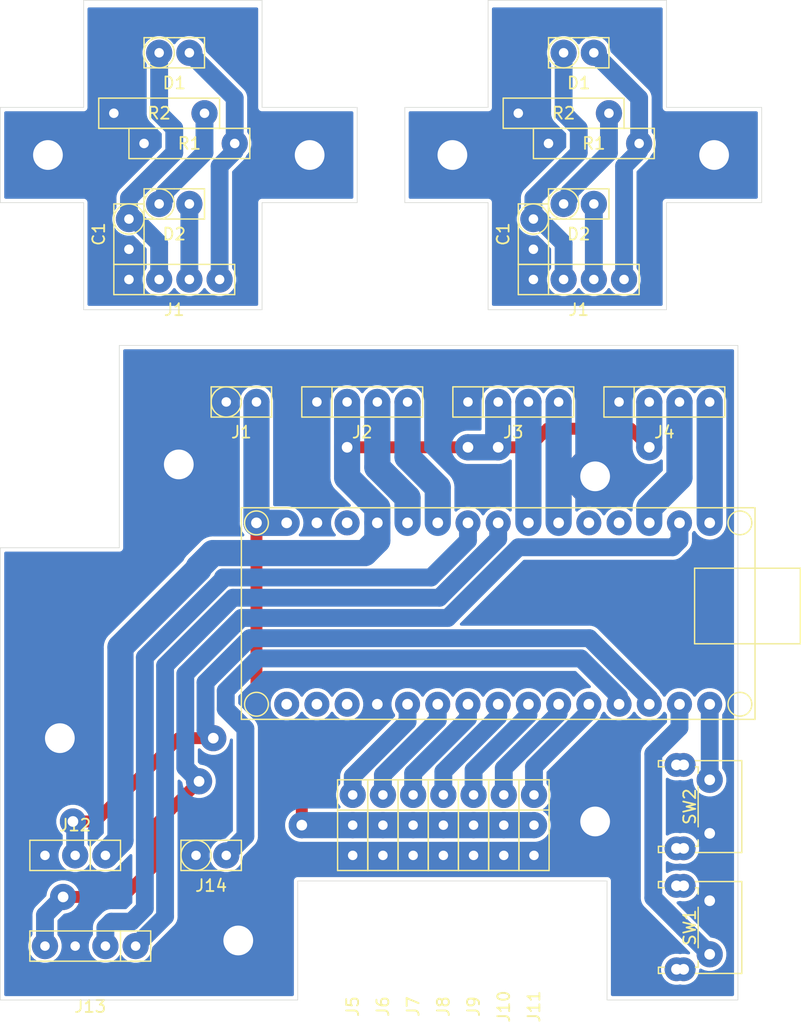
<source format=kicad_pcb>
(kicad_pcb (version 20171130) (host pcbnew "(5.1.6)-1")

  (general
    (thickness 1.6)
    (drawings 52)
    (tracks 186)
    (zones 0)
    (modules 29)
    (nets 30)
  )

  (page A4)
  (layers
    (0 F.Cu signal)
    (31 B.Cu signal)
    (32 B.Adhes user)
    (33 F.Adhes user)
    (34 B.Paste user)
    (35 F.Paste user)
    (36 B.SilkS user)
    (37 F.SilkS user)
    (38 B.Mask user)
    (39 F.Mask user)
    (40 Dwgs.User user)
    (41 Cmts.User user hide)
    (42 Eco1.User user)
    (43 Eco2.User user)
    (44 Edge.Cuts user)
    (45 Margin user)
    (46 B.CrtYd user)
    (47 F.CrtYd user)
    (48 B.Fab user)
    (49 F.Fab user)
  )

  (setup
    (last_trace_width 0.25)
    (user_trace_width 0.7)
    (user_trace_width 1)
    (user_trace_width 1.5)
    (user_trace_width 2.2)
    (user_trace_width 4)
    (user_trace_width 1)
    (user_trace_width 1.5)
    (user_trace_width 2)
    (user_trace_width 2.2)
    (user_trace_width 1)
    (user_trace_width 1.5)
    (user_trace_width 2)
    (user_trace_width 2.2)
    (user_trace_width 0.7)
    (user_trace_width 1)
    (user_trace_width 1.5)
    (user_trace_width 2.2)
    (user_trace_width 4)
    (user_trace_width 1)
    (user_trace_width 1.5)
    (user_trace_width 2)
    (user_trace_width 2.2)
    (user_trace_width 1)
    (user_trace_width 1.5)
    (user_trace_width 2)
    (user_trace_width 2.2)
    (user_trace_width 1)
    (user_trace_width 1.5)
    (user_trace_width 2)
    (user_trace_width 2.2)
    (trace_clearance 0.2)
    (zone_clearance 0.3)
    (zone_45_only no)
    (trace_min 0.2)
    (via_size 0.8)
    (via_drill 0.4)
    (via_min_size 0.4)
    (via_min_drill 0.3)
    (user_via 2.2 0.9)
    (user_via 5 2.5)
    (user_via 3 1)
    (user_via 6 2.5)
    (user_via 3 1)
    (user_via 6 2.5)
    (user_via 2.2 0.9)
    (user_via 5 2.5)
    (user_via 3 1)
    (user_via 6 2.5)
    (user_via 3 1)
    (user_via 6 2.5)
    (user_via 3 1)
    (user_via 6 2.5)
    (uvia_size 0.3)
    (uvia_drill 0.1)
    (uvias_allowed no)
    (uvia_min_size 0.2)
    (uvia_min_drill 0.1)
    (edge_width 0.05)
    (segment_width 0.2)
    (pcb_text_width 0.3)
    (pcb_text_size 1.5 1.5)
    (mod_edge_width 0.12)
    (mod_text_size 1 1)
    (mod_text_width 0.15)
    (pad_size 2.2 2.2)
    (pad_drill 0.8)
    (pad_to_mask_clearance 0.05)
    (aux_axis_origin 0 0)
    (visible_elements 7FFFFFFF)
    (pcbplotparams
      (layerselection 0x01080_fffffffe)
      (usegerberextensions false)
      (usegerberattributes true)
      (usegerberadvancedattributes true)
      (creategerberjobfile false)
      (excludeedgelayer true)
      (linewidth 0.100000)
      (plotframeref false)
      (viasonmask true)
      (mode 1)
      (useauxorigin false)
      (hpglpennumber 1)
      (hpglpenspeed 20)
      (hpglpendiameter 15.000000)
      (psnegative false)
      (psa4output false)
      (plotreference true)
      (plotvalue true)
      (plotinvisibletext false)
      (padsonsilk false)
      (subtractmaskfromsilk false)
      (outputformat 1)
      (mirror false)
      (drillshape 0)
      (scaleselection 1)
      (outputdirectory "combined_plot/"))
  )

  (net 0 "")
  (net 1 GND)
  (net 2 L_IR)
  (net 3 L_SENS)
  (net 4 C_SENS)
  (net 5 C_IR)
  (net 6 R_IR)
  (net 7 R_SENS)
  (net 8 ARM)
  (net 9 LID)
  (net 10 WHEEL_1)
  (net 11 WHEEL_2)
  (net 12 WHEEL_3)
  (net 13 WHEEL_4)
  (net 14 FLAG)
  (net 15 BUT_1)
  (net 16 BUT_2)
  (net 17 "Net-(U1-Pad3)")
  (net 18 "Net-(U1-Pad28)")
  (net 19 "Net-(U1-Pad29)")
  (net 20 "Net-(U1-Pad30)")
  (net 21 "Net-(U1-Pad11)")
  (net 22 "Net-(U1-Pad12)")
  (net 23 VIN)
  (net 24 +5V)
  (net 25 LED)
  (net 26 SDA)
  (net 27 SCL)
  (net 28 +3V3)
  (net 29 SWITCH)

  (net_class Default "This is the default net class."
    (clearance 0.2)
    (trace_width 0.25)
    (via_dia 0.8)
    (via_drill 0.4)
    (uvia_dia 0.3)
    (uvia_drill 0.1)
    (add_net +3V3)
    (add_net +5V)
    (add_net ARM)
    (add_net BUT_1)
    (add_net BUT_2)
    (add_net C_IR)
    (add_net C_SENS)
    (add_net FLAG)
    (add_net GND)
    (add_net LED)
    (add_net LID)
    (add_net L_IR)
    (add_net L_SENS)
    (add_net "Net-(U1-Pad11)")
    (add_net "Net-(U1-Pad12)")
    (add_net "Net-(U1-Pad28)")
    (add_net "Net-(U1-Pad29)")
    (add_net "Net-(U1-Pad3)")
    (add_net "Net-(U1-Pad30)")
    (add_net R_IR)
    (add_net R_SENS)
    (add_net SCL)
    (add_net SDA)
    (add_net SWITCH)
    (add_net VIN)
    (add_net WHEEL_1)
    (add_net WHEEL_2)
    (add_net WHEEL_3)
    (add_net WHEEL_4)
  )

  (module cnc3018-PCB:my2pin (layer F.Cu) (tedit 612D2549) (tstamp 632D7635)
    (at 47.35 -66.89)
    (path /6161AFC5)
    (fp_text reference D2 (at 1.27 2.54) (layer F.SilkS)
      (effects (font (size 1 1) (thickness 0.15)))
    )
    (fp_text value "IR Emit" (at 1.27 -2.54) (layer F.Fab)
      (effects (font (size 1 1) (thickness 0.15)))
    )
    (fp_line (start -1.27 -1.27) (end -1.27 1.27) (layer F.SilkS) (width 0.12))
    (fp_line (start -1.27 -1.27) (end 1.27 -1.27) (layer F.SilkS) (width 0.12))
    (fp_circle (center 0 0) (end 0 -1.27) (layer F.SilkS) (width 0.12))
    (fp_line (start -1.27 1.27) (end 3.81 1.27) (layer F.SilkS) (width 0.12))
    (fp_line (start 3.81 1.27) (end 3.81 -1.27) (layer F.SilkS) (width 0.12))
    (fp_line (start 3.81 -1.27) (end 1.27 -1.27) (layer F.SilkS) (width 0.12))
    (pad 2 thru_hole circle (at 2.54 0) (size 2.2 2.2) (drill 0.8) (layers *.Cu *.Mask))
    (pad 1 thru_hole circle (at 0 0) (size 2.2 2.2) (drill 0.8) (layers *.Cu *.Mask))
  )

  (module cnc3018-PCB:myResistor (layer F.Cu) (tedit 632D99AD) (tstamp 632D762C)
    (at 51.16 -74.51 180)
    (path /6161C011)
    (fp_text reference R2 (at 3.81 0) (layer F.SilkS)
      (effects (font (size 1 1) (thickness 0.15)))
    )
    (fp_text value 100 (at 3.81 -2.54) (layer F.Fab)
      (effects (font (size 1 1) (thickness 0.15)))
    )
    (fp_line (start 8.89 -1.27) (end 8.89 1.27) (layer F.SilkS) (width 0.12))
    (fp_line (start 8.89 -1.27) (end -1.27 -1.27) (layer F.SilkS) (width 0.12))
    (fp_line (start -1.27 -1.27) (end -1.27 1.27) (layer F.SilkS) (width 0.12))
    (fp_line (start -1.27 1.27) (end 8.89 1.27) (layer F.SilkS) (width 0.12))
    (pad 1 thru_hole circle (at 0 0 180) (size 2.2 2.2) (drill 0.8) (layers *.Cu *.Mask))
    (pad 2 thru_hole circle (at 7.62 0 180) (size 2.2 2.2) (drill 0.8) (layers *.Cu *.Mask)
      (net 1 GND))
  )

  (module cnc3018-PCB:my2pin (layer F.Cu) (tedit 612D2549) (tstamp 632D7621)
    (at 47.35 -79.59)
    (path /6161B5B7)
    (fp_text reference D1 (at 1.27 2.54) (layer F.SilkS)
      (effects (font (size 1 1) (thickness 0.15)))
    )
    (fp_text value IR_Detect (at 1.27 -2.54) (layer F.Fab)
      (effects (font (size 1 1) (thickness 0.15)))
    )
    (fp_line (start 3.81 -1.27) (end 1.27 -1.27) (layer F.SilkS) (width 0.12))
    (fp_line (start 3.81 1.27) (end 3.81 -1.27) (layer F.SilkS) (width 0.12))
    (fp_line (start -1.27 1.27) (end 3.81 1.27) (layer F.SilkS) (width 0.12))
    (fp_circle (center 0 0) (end 0 -1.27) (layer F.SilkS) (width 0.12))
    (fp_line (start -1.27 -1.27) (end 1.27 -1.27) (layer F.SilkS) (width 0.12))
    (fp_line (start -1.27 -1.27) (end -1.27 1.27) (layer F.SilkS) (width 0.12))
    (pad 1 thru_hole circle (at 0 0) (size 2.2 2.2) (drill 0.8) (layers *.Cu *.Mask))
    (pad 2 thru_hole circle (at 2.54 0) (size 2.2 2.2) (drill 0.8) (layers *.Cu *.Mask))
  )

  (module cnc3018-PCB:my4pin (layer F.Cu) (tedit 632D99E3) (tstamp 632D7614)
    (at 44.81 -60.54)
    (path /632B96FA)
    (fp_text reference J1 (at 3.81 2.54) (layer F.SilkS)
      (effects (font (size 1 1) (thickness 0.15)))
    )
    (fp_text value "G 5 L D" (at 3.81 -2.54) (layer F.Fab)
      (effects (font (size 1 1) (thickness 0.15)))
    )
    (fp_line (start -1.27 -1.27) (end -1.27 1.27) (layer F.SilkS) (width 0.12))
    (fp_line (start -1.27 -1.27) (end 1.27 -1.27) (layer F.SilkS) (width 0.12))
    (fp_line (start 1.27 -1.27) (end 1.27 1.27) (layer F.SilkS) (width 0.12))
    (fp_line (start -1.27 1.27) (end 8.89 1.27) (layer F.SilkS) (width 0.12))
    (fp_line (start 8.89 1.27) (end 8.89 -1.27) (layer F.SilkS) (width 0.12))
    (fp_line (start 8.89 -1.27) (end 1.27 -1.27) (layer F.SilkS) (width 0.12))
    (pad 4 thru_hole circle (at 7.62 0) (size 2.2 2.2) (drill 0.8) (layers *.Cu *.Mask))
    (pad 3 thru_hole circle (at 5.08 0) (size 2.2 2.2) (drill 0.8) (layers *.Cu *.Mask))
    (pad 2 thru_hole circle (at 2.54 0) (size 2.2 2.2) (drill 0.8) (layers *.Cu *.Mask))
    (pad 1 thru_hole circle (at 0 0) (size 2.2 2.2) (drill 0.8) (layers *.Cu *.Mask)
      (net 1 GND))
  )

  (module cnc3018-PCB:myResistor (layer F.Cu) (tedit 632D99CA) (tstamp 632D760B)
    (at 46.08 -71.97)
    (path /6161C310)
    (fp_text reference R1 (at 3.81 0) (layer F.SilkS)
      (effects (font (size 1 1) (thickness 0.15)))
    )
    (fp_text value 10K (at 3.81 -2.54) (layer F.Fab)
      (effects (font (size 1 1) (thickness 0.15)))
    )
    (fp_line (start -1.27 1.27) (end 8.89 1.27) (layer F.SilkS) (width 0.12))
    (fp_line (start -1.27 -1.27) (end -1.27 1.27) (layer F.SilkS) (width 0.12))
    (fp_line (start 8.89 -1.27) (end -1.27 -1.27) (layer F.SilkS) (width 0.12))
    (fp_line (start 8.89 -1.27) (end 8.89 1.27) (layer F.SilkS) (width 0.12))
    (pad 2 thru_hole circle (at 7.62 0) (size 2.2 2.2) (drill 0.8) (layers *.Cu *.Mask))
    (pad 1 thru_hole circle (at 0 0) (size 2.2 2.2) (drill 0.8) (layers *.Cu *.Mask)
      (net 1 GND))
  )

  (module cnc3018-PCB:my2pin (layer F.Cu) (tedit 632D99D5) (tstamp 632D7600)
    (at 44.81 -65.62 270)
    (path /6167CA95)
    (fp_text reference C1 (at 1.27 2.54 90) (layer F.SilkS)
      (effects (font (size 1 1) (thickness 0.15)))
    )
    (fp_text value 100nf (at 1.27 -2.54 90) (layer F.Fab)
      (effects (font (size 1 1) (thickness 0.15)))
    )
    (fp_line (start -1.27 -1.27) (end -1.27 1.27) (layer F.SilkS) (width 0.12))
    (fp_line (start -1.27 -1.27) (end 1.27 -1.27) (layer F.SilkS) (width 0.12))
    (fp_circle (center 0 0) (end 0 -1.27) (layer F.SilkS) (width 0.12))
    (fp_line (start -1.27 1.27) (end 3.81 1.27) (layer F.SilkS) (width 0.12))
    (fp_line (start 3.81 1.27) (end 3.81 -1.27) (layer F.SilkS) (width 0.12))
    (fp_line (start 3.81 -1.27) (end 1.27 -1.27) (layer F.SilkS) (width 0.12))
    (pad 2 thru_hole circle (at 2.54 0 270) (size 2.2 2.2) (drill 0.8) (layers *.Cu *.Mask)
      (net 1 GND))
    (pad 1 thru_hole circle (at 0 0 270) (size 2.2 2.2) (drill 0.8) (layers *.Cu *.Mask))
  )

  (module cnc3018-PCB:my2pin (layer F.Cu) (tedit 612D2549) (tstamp 632D723C)
    (at 13.35 -79.59)
    (path /6161B5B7)
    (fp_text reference D1 (at 1.27 2.54) (layer F.SilkS)
      (effects (font (size 1 1) (thickness 0.15)))
    )
    (fp_text value IR_Detect (at 1.27 -2.54) (layer F.Fab)
      (effects (font (size 1 1) (thickness 0.15)))
    )
    (fp_line (start 3.81 -1.27) (end 1.27 -1.27) (layer F.SilkS) (width 0.12))
    (fp_line (start 3.81 1.27) (end 3.81 -1.27) (layer F.SilkS) (width 0.12))
    (fp_line (start -1.27 1.27) (end 3.81 1.27) (layer F.SilkS) (width 0.12))
    (fp_circle (center 0 0) (end 0 -1.27) (layer F.SilkS) (width 0.12))
    (fp_line (start -1.27 -1.27) (end 1.27 -1.27) (layer F.SilkS) (width 0.12))
    (fp_line (start -1.27 -1.27) (end -1.27 1.27) (layer F.SilkS) (width 0.12))
    (pad 2 thru_hole circle (at 2.54 0) (size 2.2 2.2) (drill 0.8) (layers *.Cu *.Mask))
    (pad 1 thru_hole circle (at 0 0) (size 2.2 2.2) (drill 0.8) (layers *.Cu *.Mask))
  )

  (module cnc3018-PCB:my2pin (layer F.Cu) (tedit 632D9958) (tstamp 632D7231)
    (at 10.81 -65.62 270)
    (path /6167CA95)
    (fp_text reference C1 (at 1.27 2.54 90) (layer F.SilkS)
      (effects (font (size 1 1) (thickness 0.15)))
    )
    (fp_text value 100nf (at 1.27 -2.54 90) (layer F.Fab)
      (effects (font (size 1 1) (thickness 0.15)))
    )
    (fp_line (start -1.27 -1.27) (end -1.27 1.27) (layer F.SilkS) (width 0.12))
    (fp_line (start -1.27 -1.27) (end 1.27 -1.27) (layer F.SilkS) (width 0.12))
    (fp_circle (center 0 0) (end 0 -1.27) (layer F.SilkS) (width 0.12))
    (fp_line (start -1.27 1.27) (end 3.81 1.27) (layer F.SilkS) (width 0.12))
    (fp_line (start 3.81 1.27) (end 3.81 -1.27) (layer F.SilkS) (width 0.12))
    (fp_line (start 3.81 -1.27) (end 1.27 -1.27) (layer F.SilkS) (width 0.12))
    (pad 1 thru_hole circle (at 0 0 270) (size 2.2 2.2) (drill 0.8) (layers *.Cu *.Mask))
    (pad 2 thru_hole circle (at 2.54 0 270) (size 2.2 2.2) (drill 0.8) (layers *.Cu *.Mask)
      (net 1 GND))
  )

  (module cnc3018-PCB:my4pin (layer F.Cu) (tedit 632D9941) (tstamp 632D7224)
    (at 10.81 -60.54)
    (path /632B96FA)
    (fp_text reference J1 (at 3.81 2.54) (layer F.SilkS)
      (effects (font (size 1 1) (thickness 0.15)))
    )
    (fp_text value "G 5 L D" (at 3.81 -2.54) (layer F.Fab)
      (effects (font (size 1 1) (thickness 0.15)))
    )
    (fp_line (start -1.27 -1.27) (end -1.27 1.27) (layer F.SilkS) (width 0.12))
    (fp_line (start -1.27 -1.27) (end 1.27 -1.27) (layer F.SilkS) (width 0.12))
    (fp_line (start 1.27 -1.27) (end 1.27 1.27) (layer F.SilkS) (width 0.12))
    (fp_line (start -1.27 1.27) (end 8.89 1.27) (layer F.SilkS) (width 0.12))
    (fp_line (start 8.89 1.27) (end 8.89 -1.27) (layer F.SilkS) (width 0.12))
    (fp_line (start 8.89 -1.27) (end 1.27 -1.27) (layer F.SilkS) (width 0.12))
    (pad 1 thru_hole circle (at 0 0) (size 2.2 2.2) (drill 0.8) (layers *.Cu *.Mask)
      (net 1 GND))
    (pad 2 thru_hole circle (at 2.54 0) (size 2.2 2.2) (drill 0.8) (layers *.Cu *.Mask))
    (pad 3 thru_hole circle (at 5.08 0) (size 2.2 2.2) (drill 0.8) (layers *.Cu *.Mask))
    (pad 4 thru_hole circle (at 7.62 0) (size 2.2 2.2) (drill 0.8) (layers *.Cu *.Mask))
  )

  (module cnc3018-PCB:my2pin (layer F.Cu) (tedit 612D2549) (tstamp 632D7219)
    (at 13.35 -66.89)
    (path /6161AFC5)
    (fp_text reference D2 (at 1.27 2.54) (layer F.SilkS)
      (effects (font (size 1 1) (thickness 0.15)))
    )
    (fp_text value "IR Emit" (at 1.27 -2.54) (layer F.Fab)
      (effects (font (size 1 1) (thickness 0.15)))
    )
    (fp_line (start -1.27 -1.27) (end -1.27 1.27) (layer F.SilkS) (width 0.12))
    (fp_line (start -1.27 -1.27) (end 1.27 -1.27) (layer F.SilkS) (width 0.12))
    (fp_circle (center 0 0) (end 0 -1.27) (layer F.SilkS) (width 0.12))
    (fp_line (start -1.27 1.27) (end 3.81 1.27) (layer F.SilkS) (width 0.12))
    (fp_line (start 3.81 1.27) (end 3.81 -1.27) (layer F.SilkS) (width 0.12))
    (fp_line (start 3.81 -1.27) (end 1.27 -1.27) (layer F.SilkS) (width 0.12))
    (pad 1 thru_hole circle (at 0 0) (size 2.2 2.2) (drill 0.8) (layers *.Cu *.Mask))
    (pad 2 thru_hole circle (at 2.54 0) (size 2.2 2.2) (drill 0.8) (layers *.Cu *.Mask))
  )

  (module cnc3018-PCB:myResistor (layer F.Cu) (tedit 632D9979) (tstamp 632D7210)
    (at 17.16 -74.51 180)
    (path /6161C011)
    (fp_text reference R2 (at 3.81 0) (layer F.SilkS)
      (effects (font (size 1 1) (thickness 0.15)))
    )
    (fp_text value 100 (at 3.81 -2.54) (layer F.Fab)
      (effects (font (size 1 1) (thickness 0.15)))
    )
    (fp_line (start 8.89 -1.27) (end 8.89 1.27) (layer F.SilkS) (width 0.12))
    (fp_line (start 8.89 -1.27) (end -1.27 -1.27) (layer F.SilkS) (width 0.12))
    (fp_line (start -1.27 -1.27) (end -1.27 1.27) (layer F.SilkS) (width 0.12))
    (fp_line (start -1.27 1.27) (end 8.89 1.27) (layer F.SilkS) (width 0.12))
    (pad 2 thru_hole circle (at 7.62 0 180) (size 2.2 2.2) (drill 0.8) (layers *.Cu *.Mask)
      (net 1 GND))
    (pad 1 thru_hole circle (at 0 0 180) (size 2.2 2.2) (drill 0.8) (layers *.Cu *.Mask))
  )

  (module cnc3018-PCB:myResistor (layer F.Cu) (tedit 632D9964) (tstamp 632D7207)
    (at 12.08 -71.97)
    (path /6161C310)
    (fp_text reference R1 (at 3.81 0) (layer F.SilkS)
      (effects (font (size 1 1) (thickness 0.15)))
    )
    (fp_text value 10K (at 3.81 -2.54) (layer F.Fab)
      (effects (font (size 1 1) (thickness 0.15)))
    )
    (fp_line (start -1.27 1.27) (end 8.89 1.27) (layer F.SilkS) (width 0.12))
    (fp_line (start -1.27 -1.27) (end -1.27 1.27) (layer F.SilkS) (width 0.12))
    (fp_line (start 8.89 -1.27) (end -1.27 -1.27) (layer F.SilkS) (width 0.12))
    (fp_line (start 8.89 -1.27) (end 8.89 1.27) (layer F.SilkS) (width 0.12))
    (pad 1 thru_hole circle (at 0 0) (size 2.2 2.2) (drill 0.8) (layers *.Cu *.Mask)
      (net 1 GND))
    (pad 2 thru_hole circle (at 7.62 0) (size 2.2 2.2) (drill 0.8) (layers *.Cu *.Mask))
  )

  (module cnc3018-PCB:ARDUINO_NANO (layer F.Cu) (tedit 632B1A8B) (tstamp 632BB445)
    (at 41.85 -32.47)
    (path /632B0DEA)
    (fp_text reference U1 (at -8.89 0) (layer F.SilkS) hide
      (effects (font (size 1 1) (thickness 0.15)))
    )
    (fp_text value ARDUINO_NANO (at 0 0) (layer F.Fab)
      (effects (font (size 1 1) (thickness 0.15)))
    )
    (fp_line (start -21.59 -8.89) (end 21.59 -8.89) (layer F.SilkS) (width 0.12))
    (fp_line (start 21.59 -8.89) (end 21.59 8.89) (layer F.SilkS) (width 0.12))
    (fp_line (start 21.59 8.89) (end -21.59 8.89) (layer F.SilkS) (width 0.12))
    (fp_line (start -21.59 8.89) (end -21.59 -8.89) (layer F.SilkS) (width 0.12))
    (fp_circle (center -20.32 -7.62) (end -19.32 -7.62) (layer F.SilkS) (width 0.12))
    (fp_circle (center -20.32 7.62) (end -19.32 7.62) (layer F.SilkS) (width 0.12))
    (fp_circle (center 20.32 7.62) (end 21.32 7.62) (layer F.SilkS) (width 0.12))
    (fp_circle (center 20.32 -7.62) (end 21.32 -7.62) (layer F.SilkS) (width 0.12))
    (fp_line (start 16.51 -3.81) (end 16.51 2.54) (layer F.SilkS) (width 0.12))
    (fp_line (start 16.51 2.54) (end 25.4 2.54) (layer F.SilkS) (width 0.12))
    (fp_line (start 25.4 2.54) (end 25.4 -3.81) (layer F.SilkS) (width 0.12))
    (fp_line (start 25.4 -3.81) (end 16.51 -3.81) (layer F.SilkS) (width 0.12))
    (pad 1 thru_hole circle (at -17.78 -7.62) (size 2.1 2.1) (drill 0.9) (layers *.Cu *.Mask)
      (net 23 VIN))
    (pad 2 thru_hole circle (at -15.24 -7.62) (size 2.1 2.1) (drill 0.9) (layers *.Cu *.Mask)
      (net 1 GND))
    (pad 3 thru_hole circle (at -12.7 -7.62) (size 2.1 2.1) (drill 0.9) (layers *.Cu *.Mask)
      (net 17 "Net-(U1-Pad3)"))
    (pad 4 thru_hole circle (at -10.16 -7.62) (size 2.1 2.1) (drill 0.9) (layers *.Cu *.Mask)
      (net 24 +5V))
    (pad 5 thru_hole circle (at -7.62 -7.62) (size 2.1 2.1) (drill 0.9) (layers *.Cu *.Mask)
      (net 3 L_SENS))
    (pad 6 thru_hole circle (at -5.08 -7.62) (size 2.1 2.1) (drill 0.9) (layers *.Cu *.Mask)
      (net 2 L_IR))
    (pad 7 thru_hole circle (at -2.54 -7.62) (size 2.1 2.1) (drill 0.9) (layers *.Cu *.Mask)
      (net 27 SCL))
    (pad 8 thru_hole circle (at 0 -7.62) (size 2.1 2.1) (drill 0.9) (layers *.Cu *.Mask)
      (net 26 SDA))
    (pad 9 thru_hole circle (at 2.54 -7.62) (size 2.1 2.1) (drill 0.9) (layers *.Cu *.Mask)
      (net 4 C_SENS))
    (pad 10 thru_hole circle (at 5.08 -7.62) (size 2.1 2.1) (drill 0.9) (layers *.Cu *.Mask)
      (net 5 C_IR))
    (pad 11 thru_hole circle (at 7.62 -7.62) (size 2.1 2.1) (drill 0.9) (layers *.Cu *.Mask)
      (net 21 "Net-(U1-Pad11)"))
    (pad 12 thru_hole circle (at 10.16 -7.62) (size 2.1 2.1) (drill 0.9) (layers *.Cu *.Mask)
      (net 22 "Net-(U1-Pad12)"))
    (pad 13 thru_hole circle (at 12.7 -7.62) (size 2.1 2.1) (drill 0.9) (layers *.Cu *.Mask)
      (net 7 R_SENS))
    (pad 14 thru_hole circle (at 15.24 -7.62) (size 2.1 2.1) (drill 0.9) (layers *.Cu *.Mask)
      (net 28 +3V3))
    (pad 15 thru_hole circle (at 17.78 -7.62) (size 2.1 2.1) (drill 0.9) (layers *.Cu *.Mask)
      (net 6 R_IR))
    (pad 16 thru_hole circle (at 17.78 7.62) (size 2.1 2.1) (drill 0.9) (layers *.Cu *.Mask)
      (net 16 BUT_2))
    (pad 17 thru_hole circle (at 15.24 7.62) (size 2.1 2.1) (drill 0.9) (layers *.Cu *.Mask)
      (net 15 BUT_1))
    (pad 18 thru_hole circle (at 12.7 7.62) (size 2.1 2.1) (drill 0.9) (layers *.Cu *.Mask)
      (net 25 LED))
    (pad 19 thru_hole circle (at 10.16 7.62) (size 2.1 2.1) (drill 0.9) (layers *.Cu *.Mask)
      (net 29 SWITCH))
    (pad 20 thru_hole circle (at 7.62 7.62) (size 2.1 2.1) (drill 0.9) (layers *.Cu *.Mask)
      (net 14 FLAG))
    (pad 21 thru_hole circle (at 5.08 7.62) (size 2.1 2.1) (drill 0.9) (layers *.Cu *.Mask)
      (net 13 WHEEL_4))
    (pad 22 thru_hole circle (at 2.54 7.62) (size 2.1 2.1) (drill 0.9) (layers *.Cu *.Mask)
      (net 12 WHEEL_3))
    (pad 23 thru_hole circle (at 0 7.62) (size 2.1 2.1) (drill 0.9) (layers *.Cu *.Mask)
      (net 11 WHEEL_2))
    (pad 24 thru_hole circle (at -2.54 7.62) (size 2.1 2.1) (drill 0.9) (layers *.Cu *.Mask)
      (net 10 WHEEL_1))
    (pad 25 thru_hole circle (at -5.08 7.62) (size 2.1 2.1) (drill 0.9) (layers *.Cu *.Mask)
      (net 9 LID))
    (pad 26 thru_hole circle (at -7.62 7.62) (size 2.1 2.1) (drill 0.9) (layers *.Cu *.Mask)
      (net 8 ARM))
    (pad 27 thru_hole circle (at -10.16 7.62) (size 2.1 2.1) (drill 0.9) (layers *.Cu *.Mask)
      (net 1 GND))
    (pad 28 thru_hole circle (at -12.7 7.62) (size 2.1 2.1) (drill 0.9) (layers *.Cu *.Mask)
      (net 18 "Net-(U1-Pad28)"))
    (pad 29 thru_hole circle (at -15.24 7.62) (size 2.1 2.1) (drill 0.9) (layers *.Cu *.Mask)
      (net 19 "Net-(U1-Pad29)"))
    (pad 30 thru_hole circle (at -17.78 7.62) (size 2.1 2.1) (drill 0.9) (layers *.Cu *.Mask)
      (net 20 "Net-(U1-Pad30)"))
  )

  (module cnc3018-PCB:my3pin (layer F.Cu) (tedit 612C3136) (tstamp 632BB4AF)
    (at 29.62 -14.69 270)
    (path /632CB83D)
    (fp_text reference J5 (at 15.24 0 90) (layer F.SilkS)
      (effects (font (size 1 1) (thickness 0.15)))
    )
    (fp_text value ARM (at 7.62 0 90) (layer F.Fab)
      (effects (font (size 1 1) (thickness 0.15)))
    )
    (fp_line (start -1.27 -1.27) (end 3.81 -1.27) (layer F.SilkS) (width 0.12))
    (fp_line (start -3.81 1.27) (end 3.81 1.27) (layer F.SilkS) (width 0.12))
    (fp_line (start 3.81 1.27) (end 3.81 -1.27) (layer F.SilkS) (width 0.12))
    (fp_line (start -1.27 -1.27) (end -1.27 1.27) (layer F.SilkS) (width 0.12))
    (fp_line (start -3.81 -1.27) (end -1.27 -1.27) (layer F.SilkS) (width 0.12))
    (fp_line (start -3.81 -1.27) (end -3.81 1.27) (layer F.SilkS) (width 0.12))
    (pad 3 thru_hole circle (at 2.54 0 270) (size 2.2 2.2) (drill 0.8) (layers *.Cu *.Mask)
      (net 1 GND))
    (pad 2 thru_hole circle (at 0 0 270) (size 2.2 2.2) (drill 0.8) (layers *.Cu *.Mask)
      (net 23 VIN))
    (pad 1 thru_hole circle (at -2.54 0 270) (size 2.2 2.2) (drill 0.8) (layers *.Cu *.Mask)
      (net 8 ARM))
  )

  (module cnc3018-PCB:my4pin (layer F.Cu) (tedit 612D2557) (tstamp 632BB4A2)
    (at 26.61 -50.25)
    (path /632F7A69)
    (fp_text reference J2 (at 3.81 2.54) (layer F.SilkS)
      (effects (font (size 1 1) (thickness 0.15)))
    )
    (fp_text value LEFT (at 3.81 -2.54) (layer F.Fab)
      (effects (font (size 1 1) (thickness 0.15)))
    )
    (fp_line (start -1.27 -1.27) (end -1.27 1.27) (layer F.SilkS) (width 0.12))
    (fp_line (start -1.27 -1.27) (end 1.27 -1.27) (layer F.SilkS) (width 0.12))
    (fp_line (start 1.27 -1.27) (end 1.27 1.27) (layer F.SilkS) (width 0.12))
    (fp_line (start -1.27 1.27) (end 8.89 1.27) (layer F.SilkS) (width 0.12))
    (fp_line (start 8.89 1.27) (end 8.89 -1.27) (layer F.SilkS) (width 0.12))
    (fp_line (start 8.89 -1.27) (end 1.27 -1.27) (layer F.SilkS) (width 0.12))
    (pad 4 thru_hole circle (at 7.62 0) (size 2.2 2.2) (drill 0.8) (layers *.Cu *.Mask)
      (net 2 L_IR))
    (pad 3 thru_hole circle (at 5.08 0) (size 2.2 2.2) (drill 0.8) (layers *.Cu *.Mask)
      (net 3 L_SENS))
    (pad 2 thru_hole circle (at 2.54 0) (size 2.2 2.2) (drill 0.8) (layers *.Cu *.Mask)
      (net 24 +5V))
    (pad 1 thru_hole circle (at 0 0) (size 2.2 2.2) (drill 0.8) (layers *.Cu *.Mask)
      (net 1 GND))
  )

  (module cnc3018-PCB:my2pin (layer F.Cu) (tedit 612D2549) (tstamp 632BB497)
    (at 16.45 -12.15)
    (path /63387135)
    (fp_text reference J14 (at 1.27 2.54) (layer F.SilkS)
      (effects (font (size 1 1) (thickness 0.15)))
    )
    (fp_text value SWITCH (at 1.27 -2.54) (layer F.Fab)
      (effects (font (size 1 1) (thickness 0.15)))
    )
    (fp_line (start 3.81 -1.27) (end 1.27 -1.27) (layer F.SilkS) (width 0.12))
    (fp_line (start 3.81 1.27) (end 3.81 -1.27) (layer F.SilkS) (width 0.12))
    (fp_line (start -1.27 1.27) (end 3.81 1.27) (layer F.SilkS) (width 0.12))
    (fp_circle (center 0 0) (end 0 -1.27) (layer F.SilkS) (width 0.12))
    (fp_line (start -1.27 -1.27) (end 1.27 -1.27) (layer F.SilkS) (width 0.12))
    (fp_line (start -1.27 -1.27) (end -1.27 1.27) (layer F.SilkS) (width 0.12))
    (pad 1 thru_hole circle (at 0 0) (size 2.2 2.2) (drill 0.8) (layers *.Cu *.Mask)
      (net 1 GND))
    (pad 2 thru_hole circle (at 2.54 0) (size 2.2 2.2) (drill 0.8) (layers *.Cu *.Mask)
      (net 29 SWITCH))
  )

  (module cnc3018-PCB:my4pin (layer F.Cu) (tedit 612D2557) (tstamp 632BB48A)
    (at 11.37 -4.53 180)
    (path /6332FD8A)
    (fp_text reference J13 (at 3.81 -5.08) (layer F.SilkS)
      (effects (font (size 1 1) (thickness 0.15)))
    )
    (fp_text value COMPASS (at 3.81 -2.54) (layer F.Fab)
      (effects (font (size 1 1) (thickness 0.15)))
    )
    (fp_line (start 8.89 -1.27) (end 1.27 -1.27) (layer F.SilkS) (width 0.12))
    (fp_line (start 8.89 1.27) (end 8.89 -1.27) (layer F.SilkS) (width 0.12))
    (fp_line (start -1.27 1.27) (end 8.89 1.27) (layer F.SilkS) (width 0.12))
    (fp_line (start 1.27 -1.27) (end 1.27 1.27) (layer F.SilkS) (width 0.12))
    (fp_line (start -1.27 -1.27) (end 1.27 -1.27) (layer F.SilkS) (width 0.12))
    (fp_line (start -1.27 -1.27) (end -1.27 1.27) (layer F.SilkS) (width 0.12))
    (pad 1 thru_hole circle (at 0 0 180) (size 2.2 2.2) (drill 0.8) (layers *.Cu *.Mask)
      (net 26 SDA))
    (pad 2 thru_hole circle (at 2.54 0 180) (size 2.2 2.2) (drill 0.8) (layers *.Cu *.Mask)
      (net 27 SCL))
    (pad 3 thru_hole circle (at 5.08 0 180) (size 2.2 2.2) (drill 0.8) (layers *.Cu *.Mask)
      (net 1 GND))
    (pad 4 thru_hole circle (at 7.62 0 180) (size 2.2 2.2) (drill 0.8) (layers *.Cu *.Mask)
      (net 28 +3V3))
  )

  (module cnc3018-PCB:my3pin (layer F.Cu) (tedit 612C3136) (tstamp 632BB47E)
    (at 6.29 -12.15 180)
    (path /63327EF8)
    (fp_text reference J12 (at 0 2.54) (layer F.SilkS)
      (effects (font (size 1 1) (thickness 0.15)))
    )
    (fp_text value LED (at 0 -2.54) (layer F.Fab)
      (effects (font (size 1 1) (thickness 0.15)))
    )
    (fp_line (start -1.27 -1.27) (end 3.81 -1.27) (layer F.SilkS) (width 0.12))
    (fp_line (start -3.81 1.27) (end 3.81 1.27) (layer F.SilkS) (width 0.12))
    (fp_line (start 3.81 1.27) (end 3.81 -1.27) (layer F.SilkS) (width 0.12))
    (fp_line (start -1.27 -1.27) (end -1.27 1.27) (layer F.SilkS) (width 0.12))
    (fp_line (start -3.81 -1.27) (end -1.27 -1.27) (layer F.SilkS) (width 0.12))
    (fp_line (start -3.81 -1.27) (end -3.81 1.27) (layer F.SilkS) (width 0.12))
    (pad 3 thru_hole circle (at 2.54 0 180) (size 2.2 2.2) (drill 0.8) (layers *.Cu *.Mask)
      (net 1 GND))
    (pad 2 thru_hole circle (at 0 0 180) (size 2.2 2.2) (drill 0.8) (layers *.Cu *.Mask)
      (net 25 LED))
    (pad 1 thru_hole circle (at -2.54 0 180) (size 2.2 2.2) (drill 0.8) (layers *.Cu *.Mask)
      (net 24 +5V))
  )

  (module cnc3018-PCB:my3pin (layer F.Cu) (tedit 612C3136) (tstamp 632BB472)
    (at 39.78 -14.69 270)
    (path /632DD10C)
    (fp_text reference J9 (at 15.24 0 90) (layer F.SilkS)
      (effects (font (size 1 1) (thickness 0.15)))
    )
    (fp_text value WHEEL_3 (at 7.62 0 90) (layer F.Fab)
      (effects (font (size 1 1) (thickness 0.15)))
    )
    (fp_line (start -1.27 -1.27) (end 3.81 -1.27) (layer F.SilkS) (width 0.12))
    (fp_line (start -3.81 1.27) (end 3.81 1.27) (layer F.SilkS) (width 0.12))
    (fp_line (start 3.81 1.27) (end 3.81 -1.27) (layer F.SilkS) (width 0.12))
    (fp_line (start -1.27 -1.27) (end -1.27 1.27) (layer F.SilkS) (width 0.12))
    (fp_line (start -3.81 -1.27) (end -1.27 -1.27) (layer F.SilkS) (width 0.12))
    (fp_line (start -3.81 -1.27) (end -3.81 1.27) (layer F.SilkS) (width 0.12))
    (pad 3 thru_hole circle (at 2.54 0 270) (size 2.2 2.2) (drill 0.8) (layers *.Cu *.Mask)
      (net 1 GND))
    (pad 2 thru_hole circle (at 0 0 270) (size 2.2 2.2) (drill 0.8) (layers *.Cu *.Mask)
      (net 23 VIN))
    (pad 1 thru_hole circle (at -2.54 0 270) (size 2.2 2.2) (drill 0.8) (layers *.Cu *.Mask)
      (net 12 WHEEL_3))
  )

  (module cnc3018-PCB:my2pin (layer F.Cu) (tedit 612D2549) (tstamp 632BB43A)
    (at 18.99 -50.25)
    (path /632C97C1)
    (fp_text reference J1 (at 1.27 2.54) (layer F.SilkS)
      (effects (font (size 1 1) (thickness 0.15)))
    )
    (fp_text value VIN (at 1.27 -2.54) (layer F.Fab)
      (effects (font (size 1 1) (thickness 0.15)))
    )
    (fp_line (start 3.81 -1.27) (end 1.27 -1.27) (layer F.SilkS) (width 0.12))
    (fp_line (start 3.81 1.27) (end 3.81 -1.27) (layer F.SilkS) (width 0.12))
    (fp_line (start -1.27 1.27) (end 3.81 1.27) (layer F.SilkS) (width 0.12))
    (fp_circle (center 0 0) (end 0 -1.27) (layer F.SilkS) (width 0.12))
    (fp_line (start -1.27 -1.27) (end 1.27 -1.27) (layer F.SilkS) (width 0.12))
    (fp_line (start -1.27 -1.27) (end -1.27 1.27) (layer F.SilkS) (width 0.12))
    (pad 1 thru_hole circle (at 0 0) (size 2.2 2.2) (drill 0.8) (layers *.Cu *.Mask)
      (net 1 GND))
    (pad 2 thru_hole circle (at 2.54 0) (size 2.2 2.2) (drill 0.8) (layers *.Cu *.Mask)
      (net 23 VIN))
  )

  (module cnc3018-PCB:right_angle_button (layer F.Cu) (tedit 632B1A1C) (tstamp 632BB413)
    (at 59.63 -8.34 270)
    (descr "tactile switch SPST right angle, PTS645VL83-2 LFS")
    (tags "tactile switch SPST angled PTS645VL83-2 LFS C&K Button")
    (path /6333D989)
    (fp_text reference SW1 (at 2.25 1.68 90) (layer F.SilkS)
      (effects (font (size 1 1) (thickness 0.15)))
    )
    (fp_text value BUTTON_1 (at 2.25 5.38988 90) (layer F.Fab)
      (effects (font (size 1 1) (thickness 0.15)))
    )
    (fp_line (start 0.5 -7) (end 0.5 -2.59) (layer F.Fab) (width 0.1))
    (fp_line (start 4 -7) (end 4 -2.59) (layer F.Fab) (width 0.1))
    (fp_line (start 0.5 -7) (end 4 -7) (layer F.Fab) (width 0.1))
    (fp_line (start -1.09 0.97) (end -1.09 1.2) (layer F.SilkS) (width 0.12))
    (fp_line (start 5.7 4.2) (end 5.7 0.86) (layer F.Fab) (width 0.1))
    (fp_line (start -1.5 4.2) (end -1.2 4.2) (layer F.Fab) (width 0.1))
    (fp_line (start -1.2 0.86) (end 5.7 0.86) (layer F.Fab) (width 0.1))
    (fp_line (start 6 4.2) (end 6 -2.59) (layer F.Fab) (width 0.1))
    (fp_line (start -2.5 -2.8) (end 7.05 -2.8) (layer F.CrtYd) (width 0.05))
    (fp_line (start 7.05 -2.8) (end 7.05 4.45) (layer F.CrtYd) (width 0.05))
    (fp_line (start 7.05 4.45) (end -2.5 4.45) (layer F.CrtYd) (width 0.05))
    (fp_line (start -2.5 4.45) (end -2.5 -2.8) (layer F.CrtYd) (width 0.05))
    (fp_line (start -1.61 -2.7) (end 6.11 -2.7) (layer F.SilkS) (width 0.12))
    (fp_line (start 6.11 -2.7) (end 6.11 1.2) (layer F.SilkS) (width 0.12))
    (fp_line (start -1.61 4.31) (end -1.09 4.31) (layer F.SilkS) (width 0.12))
    (fp_line (start -1.61 -2.7) (end -1.61 1.2) (layer F.SilkS) (width 0.12))
    (fp_line (start -1.5 -2.59) (end 6 -2.59) (layer F.Fab) (width 0.1))
    (fp_line (start -1.5 4.2) (end -1.5 -2.59) (layer F.Fab) (width 0.1))
    (fp_line (start 5.7 4.2) (end 6 4.2) (layer F.Fab) (width 0.1))
    (fp_line (start -1.2 4.2) (end -1.2 0.86) (layer F.Fab) (width 0.1))
    (fp_line (start 5.59 0.97) (end 5.59 1.2) (layer F.SilkS) (width 0.12))
    (fp_line (start -1.09 3.8) (end -1.09 4.31) (layer F.SilkS) (width 0.12))
    (fp_line (start -1.61 3.8) (end -1.61 4.31) (layer F.SilkS) (width 0.12))
    (fp_line (start 5.05 0.97) (end 5.59 0.97) (layer F.SilkS) (width 0.12))
    (fp_line (start 5.59 3.8) (end 5.59 4.31) (layer F.SilkS) (width 0.12))
    (fp_line (start 5.59 4.31) (end 6.11 4.31) (layer F.SilkS) (width 0.12))
    (fp_line (start 6.11 3.8) (end 6.11 4.31) (layer F.SilkS) (width 0.12))
    (fp_line (start -1.09 0.97) (end -0.55 0.97) (layer F.SilkS) (width 0.12))
    (fp_line (start 0.55 0.97) (end 3.95 0.97) (layer F.SilkS) (width 0.12))
    (fp_text user %R (at 2.25 1.68 90) (layer F.Fab)
      (effects (font (size 1 1) (thickness 0.15)))
    )
    (pad "" thru_hole circle (at 5.76 2.19 270) (size 2 2) (drill 0.9) (layers *.Cu *.Mask))
    (pad 2 thru_hole circle (at 4.5 0 270) (size 2.2 2.2) (drill 0.9) (layers *.Cu *.Mask)
      (net 15 BUT_1))
    (pad 1 thru_hole circle (at 0 0 270) (size 2.2 2.2) (drill 0.9) (layers *.Cu *.Mask)
      (net 1 GND))
    (pad "" thru_hole circle (at -1.25 2.19 270) (size 2 2) (drill 0.9) (layers *.Cu *.Mask))
    (pad "" thru_hole circle (at 5.76 2.79 270) (size 2 2) (drill 0.9) (layers *.Cu *.Mask))
    (pad "" thru_hole circle (at -1.25 2.79 270) (size 2 2) (drill 0.9) (layers *.Cu *.Mask))
    (model ${KISYS3DMOD}/Button_Switch_THT.3dshapes/SW_Tactile_SPST_Angled_PTS645Vx83-2LFS.wrl
      (at (xyz 0 0 0))
      (scale (xyz 1 1 1))
      (rotate (xyz 0 0 0))
    )
  )

  (module cnc3018-PCB:my3pin (layer F.Cu) (tedit 612C3136) (tstamp 632BB407)
    (at 42.32 -14.69 270)
    (path /632DDF40)
    (fp_text reference J10 (at 15.24 0 90) (layer F.SilkS)
      (effects (font (size 1 1) (thickness 0.15)))
    )
    (fp_text value WHEEL_4 (at 7.62 0 90) (layer F.Fab)
      (effects (font (size 1 1) (thickness 0.15)))
    )
    (fp_line (start -3.81 -1.27) (end -3.81 1.27) (layer F.SilkS) (width 0.12))
    (fp_line (start -3.81 -1.27) (end -1.27 -1.27) (layer F.SilkS) (width 0.12))
    (fp_line (start -1.27 -1.27) (end -1.27 1.27) (layer F.SilkS) (width 0.12))
    (fp_line (start 3.81 1.27) (end 3.81 -1.27) (layer F.SilkS) (width 0.12))
    (fp_line (start -3.81 1.27) (end 3.81 1.27) (layer F.SilkS) (width 0.12))
    (fp_line (start -1.27 -1.27) (end 3.81 -1.27) (layer F.SilkS) (width 0.12))
    (pad 1 thru_hole circle (at -2.54 0 270) (size 2.2 2.2) (drill 0.8) (layers *.Cu *.Mask)
      (net 13 WHEEL_4))
    (pad 2 thru_hole circle (at 0 0 270) (size 2.2 2.2) (drill 0.8) (layers *.Cu *.Mask)
      (net 23 VIN))
    (pad 3 thru_hole circle (at 2.54 0 270) (size 2.2 2.2) (drill 0.8) (layers *.Cu *.Mask)
      (net 1 GND))
  )

  (module cnc3018-PCB:right_angle_button (layer F.Cu) (tedit 632B1A1C) (tstamp 632BB3E0)
    (at 59.63 -18.5 270)
    (descr "tactile switch SPST right angle, PTS645VL83-2 LFS")
    (tags "tactile switch SPST angled PTS645VL83-2 LFS C&K Button")
    (path /6333F07E)
    (fp_text reference SW2 (at 2.25 1.68 90) (layer F.SilkS)
      (effects (font (size 1 1) (thickness 0.15)))
    )
    (fp_text value BUTTON_2 (at 2.25 5.38988 90) (layer F.Fab)
      (effects (font (size 1 1) (thickness 0.15)))
    )
    (fp_line (start 0.55 0.97) (end 3.95 0.97) (layer F.SilkS) (width 0.12))
    (fp_line (start -1.09 0.97) (end -0.55 0.97) (layer F.SilkS) (width 0.12))
    (fp_line (start 6.11 3.8) (end 6.11 4.31) (layer F.SilkS) (width 0.12))
    (fp_line (start 5.59 4.31) (end 6.11 4.31) (layer F.SilkS) (width 0.12))
    (fp_line (start 5.59 3.8) (end 5.59 4.31) (layer F.SilkS) (width 0.12))
    (fp_line (start 5.05 0.97) (end 5.59 0.97) (layer F.SilkS) (width 0.12))
    (fp_line (start -1.61 3.8) (end -1.61 4.31) (layer F.SilkS) (width 0.12))
    (fp_line (start -1.09 3.8) (end -1.09 4.31) (layer F.SilkS) (width 0.12))
    (fp_line (start 5.59 0.97) (end 5.59 1.2) (layer F.SilkS) (width 0.12))
    (fp_line (start -1.2 4.2) (end -1.2 0.86) (layer F.Fab) (width 0.1))
    (fp_line (start 5.7 4.2) (end 6 4.2) (layer F.Fab) (width 0.1))
    (fp_line (start -1.5 4.2) (end -1.5 -2.59) (layer F.Fab) (width 0.1))
    (fp_line (start -1.5 -2.59) (end 6 -2.59) (layer F.Fab) (width 0.1))
    (fp_line (start -1.61 -2.7) (end -1.61 1.2) (layer F.SilkS) (width 0.12))
    (fp_line (start -1.61 4.31) (end -1.09 4.31) (layer F.SilkS) (width 0.12))
    (fp_line (start 6.11 -2.7) (end 6.11 1.2) (layer F.SilkS) (width 0.12))
    (fp_line (start -1.61 -2.7) (end 6.11 -2.7) (layer F.SilkS) (width 0.12))
    (fp_line (start -2.5 4.45) (end -2.5 -2.8) (layer F.CrtYd) (width 0.05))
    (fp_line (start 7.05 4.45) (end -2.5 4.45) (layer F.CrtYd) (width 0.05))
    (fp_line (start 7.05 -2.8) (end 7.05 4.45) (layer F.CrtYd) (width 0.05))
    (fp_line (start -2.5 -2.8) (end 7.05 -2.8) (layer F.CrtYd) (width 0.05))
    (fp_line (start 6 4.2) (end 6 -2.59) (layer F.Fab) (width 0.1))
    (fp_line (start -1.2 0.86) (end 5.7 0.86) (layer F.Fab) (width 0.1))
    (fp_line (start -1.5 4.2) (end -1.2 4.2) (layer F.Fab) (width 0.1))
    (fp_line (start 5.7 4.2) (end 5.7 0.86) (layer F.Fab) (width 0.1))
    (fp_line (start -1.09 0.97) (end -1.09 1.2) (layer F.SilkS) (width 0.12))
    (fp_line (start 0.5 -7) (end 4 -7) (layer F.Fab) (width 0.1))
    (fp_line (start 4 -7) (end 4 -2.59) (layer F.Fab) (width 0.1))
    (fp_line (start 0.5 -7) (end 0.5 -2.59) (layer F.Fab) (width 0.1))
    (fp_text user %R (at 2.25 1.68 90) (layer F.Fab)
      (effects (font (size 1 1) (thickness 0.15)))
    )
    (pad "" thru_hole circle (at -1.25 2.79 270) (size 2 2) (drill 0.9) (layers *.Cu *.Mask))
    (pad "" thru_hole circle (at 5.76 2.79 270) (size 2 2) (drill 0.9) (layers *.Cu *.Mask))
    (pad "" thru_hole circle (at -1.25 2.19 270) (size 2 2) (drill 0.9) (layers *.Cu *.Mask))
    (pad 1 thru_hole circle (at 0 0 270) (size 2.2 2.2) (drill 0.9) (layers *.Cu *.Mask)
      (net 16 BUT_2))
    (pad 2 thru_hole circle (at 4.5 0 270) (size 2.2 2.2) (drill 0.9) (layers *.Cu *.Mask)
      (net 1 GND))
    (pad "" thru_hole circle (at 5.76 2.19 270) (size 2 2) (drill 0.9) (layers *.Cu *.Mask))
    (model ${KISYS3DMOD}/Button_Switch_THT.3dshapes/SW_Tactile_SPST_Angled_PTS645Vx83-2LFS.wrl
      (at (xyz 0 0 0))
      (scale (xyz 1 1 1))
      (rotate (xyz 0 0 0))
    )
  )

  (module cnc3018-PCB:my3pin (layer F.Cu) (tedit 612C3136) (tstamp 632BB3D4)
    (at 37.24 -14.69 270)
    (path /632DCC73)
    (fp_text reference J8 (at 15.24 0 90) (layer F.SilkS)
      (effects (font (size 1 1) (thickness 0.15)))
    )
    (fp_text value WHEEL_2 (at 7.62 0 90) (layer F.Fab)
      (effects (font (size 1 1) (thickness 0.15)))
    )
    (fp_line (start -3.81 -1.27) (end -3.81 1.27) (layer F.SilkS) (width 0.12))
    (fp_line (start -3.81 -1.27) (end -1.27 -1.27) (layer F.SilkS) (width 0.12))
    (fp_line (start -1.27 -1.27) (end -1.27 1.27) (layer F.SilkS) (width 0.12))
    (fp_line (start 3.81 1.27) (end 3.81 -1.27) (layer F.SilkS) (width 0.12))
    (fp_line (start -3.81 1.27) (end 3.81 1.27) (layer F.SilkS) (width 0.12))
    (fp_line (start -1.27 -1.27) (end 3.81 -1.27) (layer F.SilkS) (width 0.12))
    (pad 1 thru_hole circle (at -2.54 0 270) (size 2.2 2.2) (drill 0.8) (layers *.Cu *.Mask)
      (net 11 WHEEL_2))
    (pad 2 thru_hole circle (at 0 0 270) (size 2.2 2.2) (drill 0.8) (layers *.Cu *.Mask)
      (net 23 VIN))
    (pad 3 thru_hole circle (at 2.54 0 270) (size 2.2 2.2) (drill 0.8) (layers *.Cu *.Mask)
      (net 1 GND))
  )

  (module cnc3018-PCB:my3pin (layer F.Cu) (tedit 612C3136) (tstamp 632BB3C8)
    (at 32.16 -14.69 270)
    (path /632D7059)
    (fp_text reference J6 (at 15.24 0 90) (layer F.SilkS)
      (effects (font (size 1 1) (thickness 0.15)))
    )
    (fp_text value LID (at 7.62 0 90) (layer F.Fab)
      (effects (font (size 1 1) (thickness 0.15)))
    )
    (fp_line (start -3.81 -1.27) (end -3.81 1.27) (layer F.SilkS) (width 0.12))
    (fp_line (start -3.81 -1.27) (end -1.27 -1.27) (layer F.SilkS) (width 0.12))
    (fp_line (start -1.27 -1.27) (end -1.27 1.27) (layer F.SilkS) (width 0.12))
    (fp_line (start 3.81 1.27) (end 3.81 -1.27) (layer F.SilkS) (width 0.12))
    (fp_line (start -3.81 1.27) (end 3.81 1.27) (layer F.SilkS) (width 0.12))
    (fp_line (start -1.27 -1.27) (end 3.81 -1.27) (layer F.SilkS) (width 0.12))
    (pad 1 thru_hole circle (at -2.54 0 270) (size 2.2 2.2) (drill 0.8) (layers *.Cu *.Mask)
      (net 9 LID))
    (pad 2 thru_hole circle (at 0 0 270) (size 2.2 2.2) (drill 0.8) (layers *.Cu *.Mask)
      (net 23 VIN))
    (pad 3 thru_hole circle (at 2.54 0 270) (size 2.2 2.2) (drill 0.8) (layers *.Cu *.Mask)
      (net 1 GND))
  )

  (module cnc3018-PCB:my4pin (layer F.Cu) (tedit 612D2557) (tstamp 632BB3BB)
    (at 39.31 -50.25)
    (path /632FFE72)
    (fp_text reference J3 (at 3.81 2.54) (layer F.SilkS)
      (effects (font (size 1 1) (thickness 0.15)))
    )
    (fp_text value CENTER (at 3.81 -2.54) (layer F.Fab)
      (effects (font (size 1 1) (thickness 0.15)))
    )
    (fp_line (start 8.89 -1.27) (end 1.27 -1.27) (layer F.SilkS) (width 0.12))
    (fp_line (start 8.89 1.27) (end 8.89 -1.27) (layer F.SilkS) (width 0.12))
    (fp_line (start -1.27 1.27) (end 8.89 1.27) (layer F.SilkS) (width 0.12))
    (fp_line (start 1.27 -1.27) (end 1.27 1.27) (layer F.SilkS) (width 0.12))
    (fp_line (start -1.27 -1.27) (end 1.27 -1.27) (layer F.SilkS) (width 0.12))
    (fp_line (start -1.27 -1.27) (end -1.27 1.27) (layer F.SilkS) (width 0.12))
    (pad 1 thru_hole circle (at 0 0) (size 2.2 2.2) (drill 0.8) (layers *.Cu *.Mask)
      (net 1 GND))
    (pad 2 thru_hole circle (at 2.54 0) (size 2.2 2.2) (drill 0.8) (layers *.Cu *.Mask)
      (net 24 +5V))
    (pad 3 thru_hole circle (at 5.08 0) (size 2.2 2.2) (drill 0.8) (layers *.Cu *.Mask)
      (net 4 C_SENS))
    (pad 4 thru_hole circle (at 7.62 0) (size 2.2 2.2) (drill 0.8) (layers *.Cu *.Mask)
      (net 5 C_IR))
  )

  (module cnc3018-PCB:my3pin (layer F.Cu) (tedit 612C3136) (tstamp 632BB3AF)
    (at 44.86 -14.69 270)
    (path /632DE268)
    (fp_text reference J11 (at 15.24 0 90) (layer F.SilkS)
      (effects (font (size 1 1) (thickness 0.15)))
    )
    (fp_text value FLAG (at 7.62 0 90) (layer F.Fab)
      (effects (font (size 1 1) (thickness 0.15)))
    )
    (fp_line (start -3.81 -1.27) (end -3.81 1.27) (layer F.SilkS) (width 0.12))
    (fp_line (start -3.81 -1.27) (end -1.27 -1.27) (layer F.SilkS) (width 0.12))
    (fp_line (start -1.27 -1.27) (end -1.27 1.27) (layer F.SilkS) (width 0.12))
    (fp_line (start 3.81 1.27) (end 3.81 -1.27) (layer F.SilkS) (width 0.12))
    (fp_line (start -3.81 1.27) (end 3.81 1.27) (layer F.SilkS) (width 0.12))
    (fp_line (start -1.27 -1.27) (end 3.81 -1.27) (layer F.SilkS) (width 0.12))
    (pad 1 thru_hole circle (at -2.54 0 270) (size 2.2 2.2) (drill 0.8) (layers *.Cu *.Mask)
      (net 14 FLAG))
    (pad 2 thru_hole circle (at 0 0 270) (size 2.2 2.2) (drill 0.8) (layers *.Cu *.Mask)
      (net 23 VIN))
    (pad 3 thru_hole circle (at 2.54 0 270) (size 2.2 2.2) (drill 0.8) (layers *.Cu *.Mask)
      (net 1 GND))
  )

  (module cnc3018-PCB:my3pin (layer F.Cu) (tedit 612C3136) (tstamp 632BB3A3)
    (at 34.7 -14.69 270)
    (path /632D750C)
    (fp_text reference J7 (at 15.24 0 90) (layer F.SilkS)
      (effects (font (size 1 1) (thickness 0.15)))
    )
    (fp_text value WHEEL_1 (at 7.62 0 90) (layer F.Fab)
      (effects (font (size 1 1) (thickness 0.15)))
    )
    (fp_line (start -1.27 -1.27) (end 3.81 -1.27) (layer F.SilkS) (width 0.12))
    (fp_line (start -3.81 1.27) (end 3.81 1.27) (layer F.SilkS) (width 0.12))
    (fp_line (start 3.81 1.27) (end 3.81 -1.27) (layer F.SilkS) (width 0.12))
    (fp_line (start -1.27 -1.27) (end -1.27 1.27) (layer F.SilkS) (width 0.12))
    (fp_line (start -3.81 -1.27) (end -1.27 -1.27) (layer F.SilkS) (width 0.12))
    (fp_line (start -3.81 -1.27) (end -3.81 1.27) (layer F.SilkS) (width 0.12))
    (pad 3 thru_hole circle (at 2.54 0 270) (size 2.2 2.2) (drill 0.8) (layers *.Cu *.Mask)
      (net 1 GND))
    (pad 2 thru_hole circle (at 0 0 270) (size 2.2 2.2) (drill 0.8) (layers *.Cu *.Mask)
      (net 23 VIN))
    (pad 1 thru_hole circle (at -2.54 0 270) (size 2.2 2.2) (drill 0.8) (layers *.Cu *.Mask)
      (net 10 WHEEL_1))
  )

  (module cnc3018-PCB:my4pin (layer F.Cu) (tedit 612D2557) (tstamp 632BB396)
    (at 52.01 -50.25)
    (path /63300773)
    (fp_text reference J4 (at 3.81 2.54) (layer F.SilkS)
      (effects (font (size 1 1) (thickness 0.15)))
    )
    (fp_text value RIGHT (at 3.81 -2.54) (layer F.Fab)
      (effects (font (size 1 1) (thickness 0.15)))
    )
    (fp_line (start -1.27 -1.27) (end -1.27 1.27) (layer F.SilkS) (width 0.12))
    (fp_line (start -1.27 -1.27) (end 1.27 -1.27) (layer F.SilkS) (width 0.12))
    (fp_line (start 1.27 -1.27) (end 1.27 1.27) (layer F.SilkS) (width 0.12))
    (fp_line (start -1.27 1.27) (end 8.89 1.27) (layer F.SilkS) (width 0.12))
    (fp_line (start 8.89 1.27) (end 8.89 -1.27) (layer F.SilkS) (width 0.12))
    (fp_line (start 8.89 -1.27) (end 1.27 -1.27) (layer F.SilkS) (width 0.12))
    (pad 4 thru_hole circle (at 7.62 0) (size 2.2 2.2) (drill 0.8) (layers *.Cu *.Mask)
      (net 6 R_IR))
    (pad 3 thru_hole circle (at 5.08 0) (size 2.2 2.2) (drill 0.8) (layers *.Cu *.Mask)
      (net 7 R_SENS))
    (pad 2 thru_hole circle (at 2.54 0) (size 2.2 2.2) (drill 0.8) (layers *.Cu *.Mask)
      (net 24 +5V))
    (pad 1 thru_hole circle (at 0 0) (size 2.2 2.2) (drill 0.8) (layers *.Cu *.Mask)
      (net 1 GND))
  )

  (gr_line (start 0 -38) (end 0 0) (layer Edge.Cuts) (width 0.05) (tstamp 632D76C7))
  (gr_line (start 10 -38) (end 0 -38) (layer Edge.Cuts) (width 0.05))
  (gr_line (start 10 -55) (end 10 -38) (layer Edge.Cuts) (width 0.05))
  (gr_line (start 62 -55) (end 10 -55) (layer Edge.Cuts) (width 0.05))
  (gr_line (start 62 0) (end 62 -55) (layer Edge.Cuts) (width 0.05))
  (gr_line (start 51 0) (end 62 0) (layer Edge.Cuts) (width 0.05))
  (gr_line (start 51 -10) (end 51 0) (layer Edge.Cuts) (width 0.05))
  (gr_line (start 25 -10) (end 51 -10) (layer Edge.Cuts) (width 0.05))
  (gr_line (start 25 0) (end 25 -10) (layer Edge.Cuts) (width 0.05))
  (gr_line (start 0 0) (end 25 0) (layer Edge.Cuts) (width 0.05))
  (gr_line (start 56 -75) (end 64 -75) (layer Edge.Cuts) (width 0.05) (tstamp 632D75FC))
  (gr_line (start 56 -58) (end 41 -58) (layer Edge.Cuts) (width 0.05) (tstamp 632D75FB))
  (gr_line (start 64 -75) (end 64 -67) (layer Edge.Cuts) (width 0.05) (tstamp 632D75FA))
  (gr_line (start 41 -84) (end 56 -84) (layer Edge.Cuts) (width 0.05) (tstamp 632D75F9))
  (gr_line (start 34 -67) (end 34 -75) (layer Edge.Cuts) (width 0.05) (tstamp 632D75F8))
  (gr_line (start 56 -67) (end 56 -58) (layer Edge.Cuts) (width 0.05) (tstamp 632D75F7))
  (gr_line (start 56 -84) (end 56 -75) (layer Edge.Cuts) (width 0.05) (tstamp 632D75F6))
  (gr_line (start 34 -75) (end 41 -75) (layer Edge.Cuts) (width 0.05) (tstamp 632D75F5))
  (gr_line (start 41 -75) (end 41 -84) (layer Edge.Cuts) (width 0.05) (tstamp 632D75F4))
  (gr_line (start 64 -67) (end 56 -67) (layer Edge.Cuts) (width 0.05) (tstamp 632D75F3))
  (gr_line (start 41 -58) (end 41 -67) (layer Edge.Cuts) (width 0.05) (tstamp 632D75F2))
  (gr_line (start 41 -67) (end 34 -67) (layer Edge.Cuts) (width 0.05) (tstamp 632D75F1))
  (gr_line (start 22 -75) (end 30 -75) (layer Edge.Cuts) (width 0.05) (tstamp 632D7252))
  (gr_line (start 22 -67) (end 22 -58) (layer Edge.Cuts) (width 0.05) (tstamp 632D7251))
  (gr_line (start 0 -67) (end 0 -75) (layer Edge.Cuts) (width 0.05) (tstamp 632D7250))
  (gr_line (start 22 -84) (end 22 -75) (layer Edge.Cuts) (width 0.05) (tstamp 632D724F))
  (gr_line (start 30 -75) (end 30 -67) (layer Edge.Cuts) (width 0.05) (tstamp 632D724E))
  (gr_line (start 7 -75) (end 7 -84) (layer Edge.Cuts) (width 0.05) (tstamp 632D724D))
  (gr_line (start 22 -58) (end 7 -58) (layer Edge.Cuts) (width 0.05) (tstamp 632D724C))
  (gr_line (start 30 -67) (end 22 -67) (layer Edge.Cuts) (width 0.05) (tstamp 632D724B))
  (gr_line (start 7 -67) (end 0 -67) (layer Edge.Cuts) (width 0.05) (tstamp 632D724A))
  (gr_line (start 0 -75) (end 7 -75) (layer Edge.Cuts) (width 0.05) (tstamp 632D7249))
  (gr_line (start 7 -58) (end 7 -67) (layer Edge.Cuts) (width 0.05) (tstamp 632D7248))
  (gr_line (start 7 -84) (end 22 -84) (layer Edge.Cuts) (width 0.05) (tstamp 632D7247))
  (gr_circle (center 5 -22) (end 5 -18) (layer Cmts.User) (width 0.15) (tstamp 632BBF65))
  (gr_circle (center 20 -5) (end 20 -1) (layer Cmts.User) (width 0.15))
  (gr_circle (center 50 -15) (end 50 -19) (layer Cmts.User) (width 0.15))
  (gr_circle (center 15 -45) (end 15 -41) (layer Cmts.User) (width 0.15))
  (gr_line (start 2 7.6) (end 2 -6.4) (layer Cmts.User) (width 0.15) (tstamp 632BB767))
  (gr_line (start 16 7.6) (end 2 7.6) (layer Cmts.User) (width 0.15))
  (gr_line (start 16 -6.4) (end 16 7.6) (layer Cmts.User) (width 0.15))
  (gr_line (start 2 -6.4) (end 16 -6.4) (layer Cmts.User) (width 0.15))
  (gr_line (start 0 -38) (end 10 -38) (layer Cmts.User) (width 0.15) (tstamp 632BB4CA))
  (gr_line (start 10 -55) (end 62 -55) (layer Cmts.User) (width 0.15) (tstamp 632BB4C7))
  (gr_line (start 10 -38) (end 10 -55) (layer Cmts.User) (width 0.15) (tstamp 632BB4C6))
  (gr_line (start 25 0) (end 0 0) (layer Cmts.User) (width 0.15) (tstamp 632BB4C5))
  (gr_line (start 62 -53) (end 62 0) (layer Cmts.User) (width 0.15) (tstamp 632BB4C2))
  (gr_line (start 0 0) (end 0 -38) (layer Cmts.User) (width 0.15) (tstamp 632BB4C1))
  (gr_line (start 51 -10) (end 25 -10) (layer Cmts.User) (width 0.15) (tstamp 632BB4C0))
  (gr_line (start 51 0) (end 51 -10) (layer Cmts.User) (width 0.15) (tstamp 632BB4BF))
  (gr_line (start 25 -10) (end 25 0) (layer Cmts.User) (width 0.15) (tstamp 632BB4BE))
  (gr_line (start 62 0) (end 51 0) (layer Cmts.User) (width 0.15) (tstamp 632BB4BD))

  (segment (start 15.89 -60.54) (end 15.89 -66.89) (width 1.5) (layer B.Cu) (net 0) (tstamp 632D725E))
  (segment (start 19.7 -75.78) (end 15.89 -79.59) (width 1.5) (layer B.Cu) (net 0) (tstamp 632D7258))
  (segment (start 19.7 -71.329825) (end 19.7 -71.97) (width 1.5) (layer B.Cu) (net 0) (tstamp 632D725B))
  (segment (start 18.43 -70.059825) (end 19.7 -71.329825) (width 1.5) (layer B.Cu) (net 0) (tstamp 632D7261))
  (segment (start 19.7 -71.97) (end 19.7 -75.78) (width 1.5) (layer B.Cu) (net 0) (tstamp 632D7262))
  (segment (start 18.43 -60.54) (end 18.43 -70.059825) (width 1.5) (layer B.Cu) (net 0) (tstamp 632D7263))
  (segment (start 13.839999 -67.379999) (end 13.839999 -67.874001) (width 1.5) (layer B.Cu) (net 0) (tstamp 632D725C))
  (segment (start 13.35 -66.89) (end 13.839999 -67.379999) (width 1.5) (layer B.Cu) (net 0) (tstamp 632D725D))
  (segment (start 13.839999 -67.874001) (end 17.16 -71.194002) (width 1.5) (layer B.Cu) (net 0) (tstamp 632D7264))
  (segment (start 17.16 -71.194002) (end 17.16 -74.51) (width 1.5) (layer B.Cu) (net 0) (tstamp 632D7266))
  (segment (start 14.62 -73.24) (end 13.35 -74.51) (width 1.5) (layer B.Cu) (net 0) (tstamp 632D7255))
  (segment (start 10.81 -67.384002) (end 14.62 -71.194002) (width 1.5) (layer B.Cu) (net 0) (tstamp 632D7256))
  (segment (start 14.62 -71.194002) (end 14.62 -73.24) (width 1.5) (layer B.Cu) (net 0) (tstamp 632D7257))
  (segment (start 13.35 -63.574002) (end 11.304002 -65.62) (width 1.5) (layer B.Cu) (net 0) (tstamp 632D7259))
  (segment (start 10.81 -66.114002) (end 10.81 -67.384002) (width 1.5) (layer B.Cu) (net 0) (tstamp 632D725A))
  (segment (start 13.35 -74.51) (end 13.35 -79.59) (width 1.5) (layer B.Cu) (net 0) (tstamp 632D725F))
  (segment (start 13.35 -60.54) (end 13.35 -63.574002) (width 1.5) (layer B.Cu) (net 0) (tstamp 632D7260))
  (segment (start 11.304002 -65.62) (end 10.81 -65.62) (width 1.5) (layer B.Cu) (net 0) (tstamp 632D7265))
  (segment (start 47.839999 -67.874001) (end 51.16 -71.194002) (width 1.5) (layer B.Cu) (net 0) (tstamp 632D75FD))
  (segment (start 45.304002 -65.62) (end 44.81 -65.62) (width 1.5) (layer B.Cu) (net 0) (tstamp 632D75FE))
  (segment (start 51.16 -71.194002) (end 51.16 -74.51) (width 1.5) (layer B.Cu) (net 0) (tstamp 632D75FF))
  (segment (start 48.62 -73.24) (end 47.35 -74.51) (width 1.5) (layer B.Cu) (net 0) (tstamp 632D7642))
  (segment (start 47.35 -63.574002) (end 45.304002 -65.62) (width 1.5) (layer B.Cu) (net 0) (tstamp 632D7643))
  (segment (start 44.81 -66.114002) (end 44.81 -67.384002) (width 1.5) (layer B.Cu) (net 0) (tstamp 632D7644))
  (segment (start 47.839999 -67.379999) (end 47.839999 -67.874001) (width 1.5) (layer B.Cu) (net 0) (tstamp 632D7645))
  (segment (start 49.89 -60.54) (end 49.89 -66.89) (width 1.5) (layer B.Cu) (net 0) (tstamp 632D7646))
  (segment (start 47.35 -74.51) (end 47.35 -79.59) (width 1.5) (layer B.Cu) (net 0) (tstamp 632D7647))
  (segment (start 53.7 -75.78) (end 49.89 -79.59) (width 1.5) (layer B.Cu) (net 0) (tstamp 632D7648))
  (segment (start 47.35 -60.54) (end 47.35 -63.574002) (width 1.5) (layer B.Cu) (net 0) (tstamp 632D7649))
  (segment (start 48.62 -71.194002) (end 48.62 -73.24) (width 1.5) (layer B.Cu) (net 0) (tstamp 632D764A))
  (segment (start 44.81 -67.384002) (end 48.62 -71.194002) (width 1.5) (layer B.Cu) (net 0) (tstamp 632D764B))
  (segment (start 47.35 -66.89) (end 47.839999 -67.379999) (width 1.5) (layer B.Cu) (net 0) (tstamp 632D764C))
  (segment (start 52.43 -70.059825) (end 53.7 -71.329825) (width 1.5) (layer B.Cu) (net 0) (tstamp 632D764D))
  (segment (start 53.7 -71.97) (end 53.7 -75.78) (width 1.5) (layer B.Cu) (net 0) (tstamp 632D764E))
  (segment (start 53.7 -71.329825) (end 53.7 -71.97) (width 1.5) (layer B.Cu) (net 0) (tstamp 632D764F))
  (segment (start 52.43 -60.54) (end 52.43 -70.059825) (width 1.5) (layer B.Cu) (net 0) (tstamp 632D7650))
  (via (at 4 -71) (size 6) (drill 2.5) (layers F.Cu B.Cu) (net 1) (tstamp 632D7253))
  (via (at 26 -71) (size 6) (drill 2.5) (layers F.Cu B.Cu) (net 1) (tstamp 632D7254))
  (via (at 60 -71) (size 6) (drill 2.5) (layers F.Cu B.Cu) (net 1) (tstamp 632D7640))
  (via (at 38 -71) (size 6) (drill 2.5) (layers F.Cu B.Cu) (net 1) (tstamp 632D7641))
  (via (at 15 -45) (size 5) (drill 2.5) (layers F.Cu B.Cu) (net 1) (tstamp 632BB546))
  (via (at 20 -5) (size 5) (drill 2.5) (layers F.Cu B.Cu) (net 1))
  (via (at 5 -22) (size 5) (drill 2.5) (layers F.Cu B.Cu) (net 1) (tstamp 632BBF66))
  (via (at 50 -15) (size 5) (drill 2.5) (layers F.Cu B.Cu) (net 1))
  (via (at 50 -44) (size 5) (drill 2.5) (layers F.Cu B.Cu) (net 1))
  (segment (start 34.23 -50.25) (end 34.23 -45.608252) (width 2.2) (layer B.Cu) (net 2) (tstamp 632BB514))
  (segment (start 34.23 -45.608252) (end 36.77 -43.068252) (width 2.2) (layer B.Cu) (net 2) (tstamp 632BB522))
  (segment (start 36.77 -43.068252) (end 36.77 -40.09) (width 2.2) (layer B.Cu) (net 2) (tstamp 632BB537))
  (segment (start 34.23 -42.214126) (end 34.23 -40.09) (width 2.2) (layer B.Cu) (net 3) (tstamp 632BB511))
  (segment (start 31.69 -50.25) (end 31.69 -44.754126) (width 2.2) (layer B.Cu) (net 3) (tstamp 632BB520))
  (segment (start 31.69 -44.754126) (end 34.23 -42.214126) (width 2.2) (layer B.Cu) (net 3) (tstamp 632BB532))
  (segment (start 44.39 -50.25) (end 44.39 -40.09) (width 2.2) (layer B.Cu) (net 4) (tstamp 632BB53A))
  (segment (start 46.93 -50.25) (end 46.93 -40.09) (width 2.2) (layer B.Cu) (net 5) (tstamp 632BB523))
  (segment (start 59.63 -50.25) (end 59.63 -40.09) (width 2.2) (layer B.Cu) (net 6) (tstamp 632BB51C))
  (segment (start 57.09 -43.9) (end 54.55 -41.36) (width 2.2) (layer B.Cu) (net 7) (tstamp 632BB51F))
  (segment (start 57.09 -50.25) (end 57.09 -43.9) (width 2.2) (layer B.Cu) (net 7) (tstamp 632BB535))
  (segment (start 54.55 -41.36) (end 54.55 -40.09) (width 2.2) (layer B.Cu) (net 7) (tstamp 632BB538))
  (segment (start 29.62 -17.23) (end 29.62 -18.785634) (width 1.5) (layer B.Cu) (net 8) (tstamp 632BB515))
  (segment (start 29.62 -17.23) (end 29.62 -17.27293) (width 1) (layer B.Cu) (net 8) (tstamp 632BB518))
  (segment (start 29.62 -18.785634) (end 34.23 -23.395634) (width 1.5) (layer B.Cu) (net 8) (tstamp 632BB52F))
  (segment (start 34.23 -23.395634) (end 34.23 -24.85) (width 1.5) (layer B.Cu) (net 8) (tstamp 632BB533))
  (segment (start 32.16 -17.23) (end 32.16 -18.921458) (width 1.5) (layer B.Cu) (net 9) (tstamp 632BB51E))
  (segment (start 32.16 -18.921458) (end 36.77 -23.531458) (width 1.5) (layer B.Cu) (net 9) (tstamp 632BB530))
  (segment (start 36.77 -23.531458) (end 36.77 -24.85) (width 1.5) (layer B.Cu) (net 9) (tstamp 632BB53C))
  (segment (start 39.31 -23.667282) (end 39.31 -24.85) (width 1.5) (layer B.Cu) (net 10) (tstamp 632BB513))
  (segment (start 34.7 -17.23) (end 34.7 -19.057282) (width 1.5) (layer B.Cu) (net 10) (tstamp 632BB521))
  (segment (start 34.7 -19.057282) (end 39.31 -23.667282) (width 1.5) (layer B.Cu) (net 10) (tstamp 632BB536))
  (segment (start 37.24 -17.23) (end 37.24 -19.193106) (width 1.5) (layer B.Cu) (net 11) (tstamp 632BB529))
  (segment (start 41.85 -23.803106) (end 41.85 -24.85) (width 1.5) (layer B.Cu) (net 11) (tstamp 632BB53D))
  (segment (start 37.24 -17.23) (end 37.24 -17.354002) (width 1) (layer B.Cu) (net 11) (tstamp 632BB53F))
  (segment (start 37.24 -19.193106) (end 41.85 -23.803106) (width 1.5) (layer B.Cu) (net 11) (tstamp 632BB540))
  (segment (start 44.39 -24.85) (end 44.39 -24.215) (width 1) (layer B.Cu) (net 12) (tstamp 632BB4D7))
  (segment (start 39.78 -17.27293) (end 39.78 -17.23) (width 1) (layer B.Cu) (net 12) (tstamp 632BB517))
  (segment (start 44.39 -23.93893) (end 44.39 -24.85) (width 1.5) (layer B.Cu) (net 12) (tstamp 632BB525))
  (segment (start 39.78 -19.32893) (end 44.39 -23.93893) (width 1.5) (layer B.Cu) (net 12) (tstamp 632BB52A))
  (segment (start 39.78 -17.23) (end 39.78 -19.32893) (width 1.5) (layer B.Cu) (net 12) (tstamp 632BB53B))
  (segment (start 42.32 -17.23) (end 42.32 -19.464754) (width 1.5) (layer B.Cu) (net 13) (tstamp 632BB51A))
  (segment (start 42.32 -19.464754) (end 46.93 -24.074754) (width 1.5) (layer B.Cu) (net 13) (tstamp 632BB528))
  (segment (start 46.93 -24.074754) (end 46.93 -24.85) (width 1.5) (layer B.Cu) (net 13) (tstamp 632BB53E))
  (segment (start 49.47 -24.210578) (end 49.47 -24.85) (width 1.5) (layer B.Cu) (net 14) (tstamp 632BB51B))
  (segment (start 44.86 -17.23) (end 44.86 -19.600578) (width 1.5) (layer B.Cu) (net 14) (tstamp 632BB52B))
  (segment (start 44.771 -17.319) (end 44.86 -17.23) (width 1) (layer B.Cu) (net 14) (tstamp 632BB52D))
  (segment (start 44.86 -19.600578) (end 49.47 -24.210578) (width 1.5) (layer B.Cu) (net 14) (tstamp 632BB539))
  (segment (start 57.09 -24.85) (end 57.09 -24.342) (width 1.5) (layer B.Cu) (net 15) (tstamp 632BB4CB))
  (segment (start 59.63 -3.84) (end 57.416 -6.054) (width 1.5) (layer B.Cu) (net 15) (tstamp 632BB4D5))
  (segment (start 57.09 -24.85) (end 57.09 -22.886002) (width 1.5) (layer B.Cu) (net 15) (tstamp 632BB4E7))
  (segment (start 54.889999 -20.686001) (end 54.889999 -8.580001) (width 1.5) (layer B.Cu) (net 15) (tstamp 632BB4FC))
  (segment (start 57.09 -22.886002) (end 54.889999 -20.686001) (width 1.5) (layer B.Cu) (net 15) (tstamp 632BB4FD))
  (segment (start 54.889999 -8.580001) (end 57.416 -6.054) (width 1.5) (layer B.Cu) (net 15) (tstamp 632BB50C))
  (segment (start 59.63 -24.85) (end 59.63 -18.5) (width 1.5) (layer B.Cu) (net 16) (tstamp 632BB4D3))
  (segment (start 44.86 -14.69) (end 25.34 -14.69) (width 2.2) (layer B.Cu) (net 23) (tstamp 632BB4CF))
  (segment (start 21.53 -40.09) (end 21.53 -40.09) (width 2.2) (layer B.Cu) (net 23) (tstamp 632BB4D0))
  (segment (start 25.34 -14.69) (end 25.34 -14.69) (width 2.2) (layer B.Cu) (net 23) (tstamp 632BB4D6))
  (segment (start 25.34 -20.786) (end 25.34 -14.69) (width 1) (layer F.Cu) (net 23) (tstamp 632BB4DC))
  (segment (start 21.53 -40.09) (end 21.53 -24.596) (width 1) (layer F.Cu) (net 23) (tstamp 632BB4FF))
  (segment (start 21.53 -24.596) (end 25.34 -20.786) (width 1) (layer F.Cu) (net 23) (tstamp 632BB500))
  (segment (start 24.07 -40.09) (end 21.53 -40.09) (width 2.2) (layer B.Cu) (net 23) (tstamp 632BB526))
  (segment (start 21.53 -40.09) (end 21.53 -50.25) (width 2.2) (layer B.Cu) (net 23) (tstamp 632BB527))
  (via (at 25.34 -14.69) (size 2.2) (drill 0.9) (layers F.Cu B.Cu) (net 23) (tstamp 632BB549))
  (via (at 21.53 -40.09) (size 2.2) (drill 0.9) (layers F.Cu B.Cu) (net 23) (tstamp 632BB54D))
  (segment (start 41.85 -46.44) (end 39.31 -46.44) (width 2.2) (layer B.Cu) (net 24) (tstamp 632BB4D2))
  (segment (start 29.15 -46.44) (end 39.31 -46.44) (width 1) (layer F.Cu) (net 24) (tstamp 632BB4D8))
  (segment (start 16.66798 -36.349131) (end 16.66798 -36.213308) (width 2.2) (layer B.Cu) (net 24) (tstamp 632BB4DA))
  (segment (start 30.634924 -37.55) (end 31.69 -38.605076) (width 2.2) (layer B.Cu) (net 24) (tstamp 632BB4EA))
  (segment (start 41.85 -50.25) (end 41.85 -46.44) (width 2.2) (layer B.Cu) (net 24) (tstamp 632BB4F1))
  (segment (start 10.09648 -29.641809) (end 10.09648 -13.41648) (width 2.2) (layer B.Cu) (net 24) (tstamp 632BB4F3))
  (segment (start 17.868849 -37.55) (end 16.66798 -36.349131) (width 2.2) (layer B.Cu) (net 24) (tstamp 632BB4F5))
  (segment (start 31.69 -38.605076) (end 31.69 -40.09) (width 2.2) (layer B.Cu) (net 24) (tstamp 632BB4FA))
  (segment (start 10.09648 -13.41648) (end 8.83 -12.15) (width 2.2) (layer B.Cu) (net 24) (tstamp 632BB4FB))
  (segment (start 17.868849 -37.55) (end 30.634924 -37.55) (width 2.2) (layer B.Cu) (net 24) (tstamp 632BB508))
  (segment (start 16.66798 -36.213308) (end 10.09648 -29.641809) (width 2.2) (layer B.Cu) (net 24) (tstamp 632BB509))
  (segment (start 54.55 -50.25) (end 54.55 -46.44) (width 2.2) (layer B.Cu) (net 24) (tstamp 632BB50B))
  (segment (start 29.15 -47.71) (end 29.15 -43.9) (width 2.2) (layer B.Cu) (net 24) (tstamp 632BB524))
  (segment (start 29.15 -50.25) (end 29.15 -47.71) (width 2.2) (layer B.Cu) (net 24) (tstamp 632BB52C))
  (segment (start 29.15 -43.9) (end 31.69 -41.36) (width 2.2) (layer B.Cu) (net 24) (tstamp 632BB52E))
  (segment (start 31.69 -41.36) (end 31.69 -40.09) (width 2.2) (layer B.Cu) (net 24) (tstamp 632BB534))
  (via (at 41.85 -46.44) (size 2.2) (drill 0.9) (layers F.Cu B.Cu) (net 24) (tstamp 632BB54A))
  (via (at 54.55 -46.44) (size 2.2) (drill 0.9) (layers F.Cu B.Cu) (net 24) (tstamp 632BB54B))
  (via (at 29.15 -46.44) (size 2.2) (drill 0.9) (layers F.Cu B.Cu) (net 24) (tstamp 632BB54C))
  (via (at 39.31 -46.44) (size 2.2) (drill 0.9) (layers F.Cu B.Cu) (net 24) (tstamp 632BB54E))
  (segment (start 41.85 -46.44) (end 44.44 -46.44) (width 1) (layer F.Cu) (net 24))
  (segment (start 44.44 -46.44) (end 46 -48) (width 1) (layer F.Cu) (net 24))
  (segment (start 52.99 -48) (end 54.55 -46.44) (width 1) (layer F.Cu) (net 24))
  (segment (start 46 -48) (end 52.99 -48) (width 1) (layer F.Cu) (net 24))
  (segment (start 21.022 -30.39996) (end 20.966312 -30.39996) (width 1.5) (layer B.Cu) (net 25) (tstamp 632BB4E0))
  (segment (start 20.966312 -30.39996) (end 17.24652 -26.680168) (width 1.5) (layer B.Cu) (net 25) (tstamp 632BB4FE))
  (segment (start 54.55 -25.358) (end 54.55 -24.85) (width 1.5) (layer B.Cu) (net 25) (tstamp 632BB512))
  (segment (start 21.022 -30.39996) (end 49.50804 -30.39996) (width 1.5) (layer B.Cu) (net 25) (tstamp 632BB516))
  (segment (start 49.50804 -30.39996) (end 54.55 -25.358) (width 1.5) (layer B.Cu) (net 25) (tstamp 632BB51D))
  (via (at 6.1 -15) (size 2.2) (drill 0.9) (layers F.Cu B.Cu) (net 25) (tstamp 632BB547))
  (segment (start 17.24652 -26.680168) (end 17.24652 -22.65348) (width 1.5) (layer B.Cu) (net 25))
  (segment (start 17.24652 -22.65348) (end 17.9 -22) (width 1.5) (layer B.Cu) (net 25))
  (segment (start 17.9 -22) (end 17.9 -22) (width 1.5) (layer B.Cu) (net 25) (tstamp 632BBF4F))
  (via (at 17.9 -22) (size 2.2) (drill 0.9) (layers F.Cu B.Cu) (net 25))
  (segment (start 17.8 -22.1) (end 17.9 -22) (width 1.5) (layer F.Cu) (net 25))
  (segment (start 6.29 -14.81) (end 6.1 -15) (width 1.5) (layer B.Cu) (net 25))
  (segment (start 6.29 -12.15) (end 6.29 -14.81) (width 1.5) (layer B.Cu) (net 25))
  (segment (start 6.1 -15) (end 8 -15) (width 1) (layer F.Cu) (net 25))
  (segment (start 15 -22) (end 17.9 -22) (width 1) (layer F.Cu) (net 25))
  (segment (start 8 -15) (end 15 -22) (width 1) (layer F.Cu) (net 25))
  (segment (start 13.8465 -7.0065) (end 11.37 -4.53) (width 1.5) (layer B.Cu) (net 26) (tstamp 632BB4DD))
  (segment (start 41.85 -38.740899) (end 36.909081 -33.79998) (width 1.5) (layer B.Cu) (net 26) (tstamp 632BB4F2))
  (segment (start 41.85 -40.09) (end 41.85 -38.740899) (width 1.5) (layer B.Cu) (net 26) (tstamp 632BB4F6))
  (segment (start 13.8465 -28.088501) (end 13.8465 -7.0065) (width 1.5) (layer B.Cu) (net 26) (tstamp 632BB4F7))
  (segment (start 19.557979 -33.79998) (end 13.8465 -28.088501) (width 1.5) (layer B.Cu) (net 26) (tstamp 632BB4F8))
  (segment (start 36.909081 -33.79998) (end 19.557979 -33.79998) (width 1.5) (layer B.Cu) (net 26) (tstamp 632BB50E))
  (segment (start 18.71799 -35.49999) (end 18.71799 -35.364168) (width 1.5) (layer B.Cu) (net 27) (tstamp 632BB4DF))
  (segment (start 12.14649 -7.710666) (end 11.015825 -6.580001) (width 1.5) (layer B.Cu) (net 27) (tstamp 632BB4E4))
  (segment (start 8.83 -5.024002) (end 8.83 -4.53) (width 1.5) (layer B.Cu) (net 27) (tstamp 632BB4E5))
  (segment (start 18.71799 -35.364168) (end 12.14649 -28.792668) (width 1.5) (layer B.Cu) (net 27) (tstamp 632BB4E9))
  (segment (start 36.204914 -35.49999) (end 18.71799 -35.49999) (width 1.5) (layer B.Cu) (net 27) (tstamp 632BB4F4))
  (segment (start 39.31 -38.605076) (end 36.204914 -35.49999) (width 1.5) (layer B.Cu) (net 27) (tstamp 632BB4F9))
  (segment (start 9.324367 -6.580001) (end 8.83 -6.085634) (width 1.5) (layer B.Cu) (net 27) (tstamp 632BB505))
  (segment (start 8.83 -6.085634) (end 8.83 -4.53) (width 1.5) (layer B.Cu) (net 27) (tstamp 632BB507))
  (segment (start 11.015825 -6.580001) (end 9.324367 -6.580001) (width 1.5) (layer B.Cu) (net 27) (tstamp 632BB50A))
  (segment (start 12.14649 -28.792668) (end 12.14649 -7.710666) (width 1.5) (layer B.Cu) (net 27) (tstamp 632BB50D))
  (segment (start 39.31 -40.09) (end 39.31 -38.605076) (width 1.5) (layer B.Cu) (net 27) (tstamp 632BB510))
  (segment (start 10.481 -8.6575) (end 10.481 -8.845002) (width 1) (layer F.Cu) (net 28) (tstamp 632BB4CC))
  (segment (start 10.481 -8.845002) (end 12.7035 -11.067502) (width 1) (layer F.Cu) (net 28) (tstamp 632BB4CE))
  (segment (start 12.7035 -11.067502) (end 12.7035 -14.3725) (width 1) (layer F.Cu) (net 28) (tstamp 632BB4D1))
  (segment (start 12.7035 -14.3725) (end 16.704 -18.373) (width 1) (layer F.Cu) (net 28) (tstamp 632BB4D4))
  (segment (start 20.262146 -32.09997) (end 15.620088 -27.457913) (width 1.5) (layer B.Cu) (net 28) (tstamp 632BB4D9))
  (segment (start 56.524914 -38.03999) (end 57.09 -38.605076) (width 1.5) (layer B.Cu) (net 28) (tstamp 632BB4DE))
  (segment (start 20.262146 -32.09997) (end 37.613248 -32.09997) (width 1.5) (layer B.Cu) (net 28) (tstamp 632BB4E2))
  (segment (start 57.09 -38.605076) (end 57.09 -40.09) (width 1.5) (layer B.Cu) (net 28) (tstamp 632BB4E3))
  (segment (start 43.553268 -38.03999) (end 56.524914 -38.03999) (width 1.5) (layer B.Cu) (net 28) (tstamp 632BB4E6))
  (segment (start 3.75 -4.53) (end 3.75 -7.1335) (width 1.5) (layer B.Cu) (net 28) (tstamp 632BB4E8))
  (segment (start 15.54651 -19.53049) (end 16.704 -18.373) (width 1.5) (layer B.Cu) (net 28) (tstamp 632BB4EC))
  (segment (start 15.620088 -27.457913) (end 15.54651 -27.384335) (width 1.5) (layer B.Cu) (net 28) (tstamp 632BB4ED))
  (segment (start 15.54651 -27.384335) (end 15.54651 -19.53049) (width 1.5) (layer B.Cu) (net 28) (tstamp 632BB4EE))
  (segment (start 16.704 -18.373) (end 16.704 -18.373) (width 1.5) (layer B.Cu) (net 28) (tstamp 632BB4EF))
  (segment (start 3.75 -7.1335) (end 5.274 -8.6575) (width 1.5) (layer B.Cu) (net 28) (tstamp 632BB4F0))
  (segment (start 37.613248 -32.09997) (end 43.553268 -38.03999) (width 1.5) (layer B.Cu) (net 28) (tstamp 632BB504))
  (segment (start 5.274 -8.6575) (end 10.481 -8.6575) (width 1) (layer F.Cu) (net 28) (tstamp 632BB506))
  (segment (start 5.274 -8.6575) (end 5.274 -8.6575) (width 1.5) (layer B.Cu) (net 28) (tstamp 632BB50F))
  (via (at 16.704 -18.373) (size 2.2) (drill 0.9) (layers F.Cu B.Cu) (net 28) (tstamp 632BB544))
  (via (at 5.274 -8.6575) (size 2.2) (drill 0.9) (layers F.Cu B.Cu) (net 28) (tstamp 632BB548))
  (segment (start 52.01 -25.270002) (end 52.01 -24.85) (width 1.5) (layer B.Cu) (net 29) (tstamp 632BB531))
  (segment (start 20.6 -13.76) (end 18.99 -12.15) (width 1.5) (layer B.Cu) (net 29))
  (segment (start 48.803874 -28.69995) (end 21.670478 -28.69995) (width 1.5) (layer B.Cu) (net 29))
  (segment (start 20.6 -22.8) (end 20.6 -13.76) (width 1.5) (layer B.Cu) (net 29))
  (segment (start 18.94653 -25.976002) (end 18.94653 -24.45347) (width 1.5) (layer B.Cu) (net 29))
  (segment (start 18.94653 -24.45347) (end 20.6 -22.8) (width 1.5) (layer B.Cu) (net 29))
  (segment (start 52.01 -24.85) (end 52.01 -25.493824) (width 1.5) (layer B.Cu) (net 29))
  (segment (start 52.01 -25.493824) (end 48.803874 -28.69995) (width 1.5) (layer B.Cu) (net 29))
  (segment (start 21.670478 -28.69995) (end 18.94653 -25.976002) (width 1.5) (layer B.Cu) (net 29))

  (zone (net 1) (net_name GND) (layer B.Cu) (tstamp 632D76D5) (hatch edge 0.508)
    (connect_pads yes (clearance 0.3))
    (min_thickness 0.25)
    (fill yes (arc_segments 32) (thermal_gap 0.508) (thermal_bridge_width 0.508))
    (polygon
      (pts
        (xy 62.07 -0.05) (xy 50.97 -0.05) (xy 50.97 -9.95) (xy 24.97 -9.95) (xy 24.97 0.05)
        (xy -0.03 0.05) (xy 0.07 -37.95) (xy 9.97 -37.95) (xy 10 -55) (xy 62 -55)
      )
    )
    (filled_polygon
      (pts
        (xy 61.55 -0.45) (xy 51.45 -0.45) (xy 51.45 -9.977895) (xy 51.452177 -10) (xy 51.443489 -10.088215)
        (xy 51.417757 -10.173041) (xy 51.375971 -10.251216) (xy 51.319737 -10.319737) (xy 51.251216 -10.375971) (xy 51.173041 -10.417757)
        (xy 51.088215 -10.443489) (xy 51.022105 -10.45) (xy 51.022104 -10.45) (xy 51 -10.452177) (xy 50.977895 -10.45)
        (xy 25.022105 -10.45) (xy 25 -10.452177) (xy 24.977896 -10.45) (xy 24.977895 -10.45) (xy 24.911785 -10.443489)
        (xy 24.826959 -10.417757) (xy 24.748784 -10.375971) (xy 24.680263 -10.319737) (xy 24.624029 -10.251216) (xy 24.582243 -10.173041)
        (xy 24.556511 -10.088215) (xy 24.547823 -10) (xy 24.550001 -9.977885) (xy 24.55 -0.45) (xy 0.45 -0.45)
        (xy 0.45 -4.680199) (xy 2.225 -4.680199) (xy 2.225 -4.379801) (xy 2.283605 -4.085174) (xy 2.398562 -3.807642)
        (xy 2.565455 -3.557869) (xy 2.777869 -3.345455) (xy 3.027642 -3.178562) (xy 3.305174 -3.063605) (xy 3.599801 -3.005)
        (xy 3.900199 -3.005) (xy 4.194826 -3.063605) (xy 4.472358 -3.178562) (xy 4.722131 -3.345455) (xy 4.934545 -3.557869)
        (xy 5.101438 -3.807642) (xy 5.216395 -4.085174) (xy 5.275 -4.379801) (xy 5.275 -4.680199) (xy 5.216395 -4.974826)
        (xy 5.101438 -5.252358) (xy 4.934545 -5.502131) (xy 4.925 -5.511676) (xy 4.925 -6.6468) (xy 5.410701 -7.1325)
        (xy 5.424199 -7.1325) (xy 5.718826 -7.191105) (xy 5.996358 -7.306062) (xy 6.246131 -7.472955) (xy 6.458545 -7.685369)
        (xy 6.625438 -7.935142) (xy 6.740395 -8.212674) (xy 6.799 -8.507301) (xy 6.799 -8.807699) (xy 6.740395 -9.102326)
        (xy 6.625438 -9.379858) (xy 6.458545 -9.629631) (xy 6.246131 -9.842045) (xy 5.996358 -10.008938) (xy 5.718826 -10.123895)
        (xy 5.424199 -10.1825) (xy 5.123801 -10.1825) (xy 4.829174 -10.123895) (xy 4.551642 -10.008938) (xy 4.301869 -9.842045)
        (xy 4.089455 -9.629631) (xy 3.922562 -9.379858) (xy 3.807605 -9.102326) (xy 3.749 -8.807699) (xy 3.749 -8.794201)
        (xy 2.959962 -8.005162) (xy 2.915131 -7.96837) (xy 2.878339 -7.923539) (xy 2.878336 -7.923536) (xy 2.768297 -7.789453)
        (xy 2.659189 -7.585328) (xy 2.592002 -7.36384) (xy 2.569316 -7.1335) (xy 2.575001 -7.075778) (xy 2.575 -5.511676)
        (xy 2.565455 -5.502131) (xy 2.398562 -5.252358) (xy 2.283605 -4.974826) (xy 2.225 -4.680199) (xy 0.45 -4.680199)
        (xy 0.45 -15.150199) (xy 4.575 -15.150199) (xy 4.575 -14.849801) (xy 4.633605 -14.555174) (xy 4.748562 -14.277642)
        (xy 4.915455 -14.027869) (xy 5.115001 -13.828323) (xy 5.115 -13.131676) (xy 5.105455 -13.122131) (xy 4.938562 -12.872358)
        (xy 4.823605 -12.594826) (xy 4.765 -12.300199) (xy 4.765 -11.999801) (xy 4.823605 -11.705174) (xy 4.938562 -11.427642)
        (xy 5.105455 -11.177869) (xy 5.317869 -10.965455) (xy 5.567642 -10.798562) (xy 5.845174 -10.683605) (xy 6.139801 -10.625)
        (xy 6.440199 -10.625) (xy 6.734826 -10.683605) (xy 7.012358 -10.798562) (xy 7.262131 -10.965455) (xy 7.474545 -11.177869)
        (xy 7.555599 -11.299174) (xy 7.555875 -11.298657) (xy 7.603619 -11.24048) (xy 7.645455 -11.177869) (xy 7.698703 -11.124621)
        (xy 7.746446 -11.066446) (xy 7.804621 -11.018703) (xy 7.857869 -10.965455) (xy 7.92048 -10.923619) (xy 7.978657 -10.875875)
        (xy 8.045033 -10.840396) (xy 8.107642 -10.798562) (xy 8.177204 -10.769748) (xy 8.243585 -10.734267) (xy 8.315617 -10.712416)
        (xy 8.385174 -10.683605) (xy 8.459014 -10.668917) (xy 8.531048 -10.647066) (xy 8.60596 -10.639688) (xy 8.679801 -10.625)
        (xy 8.755089 -10.625) (xy 8.83 -10.617622) (xy 8.904911 -10.625) (xy 8.980199 -10.625) (xy 9.05404 -10.639688)
        (xy 9.128952 -10.647066) (xy 9.200986 -10.668917) (xy 9.274826 -10.683605) (xy 9.344383 -10.712416) (xy 9.416415 -10.734267)
        (xy 9.482796 -10.769748) (xy 9.552358 -10.798562) (xy 9.614967 -10.840396) (xy 9.681343 -10.875875) (xy 9.73952 -10.92362)
        (xy 9.802131 -10.965455) (xy 10.014545 -11.177869) (xy 10.014549 -11.177875) (xy 10.971491 -12.134816) (xy 10.971491 -8.197368)
        (xy 10.529125 -7.755001) (xy 9.382079 -7.755001) (xy 9.324367 -7.760685) (xy 9.266655 -7.755001) (xy 9.266647 -7.755001)
        (xy 9.113572 -7.739924) (xy 9.094026 -7.737999) (xy 8.888968 -7.675796) (xy 8.872538 -7.670812) (xy 8.668414 -7.561705)
        (xy 8.489497 -7.414871) (xy 8.452703 -7.370037) (xy 8.039967 -6.957301) (xy 7.99513 -6.920504) (xy 7.848296 -6.741586)
        (xy 7.831388 -6.709953) (xy 7.739189 -6.537462) (xy 7.682221 -6.34966) (xy 7.672002 -6.315973) (xy 7.655 -6.143353)
        (xy 7.655 -6.143346) (xy 7.649316 -6.085634) (xy 7.655 -6.027922) (xy 7.655 -5.511676) (xy 7.645455 -5.502131)
        (xy 7.478562 -5.252358) (xy 7.363605 -4.974826) (xy 7.305 -4.680199) (xy 7.305 -4.379801) (xy 7.363605 -4.085174)
        (xy 7.478562 -3.807642) (xy 7.645455 -3.557869) (xy 7.857869 -3.345455) (xy 8.107642 -3.178562) (xy 8.385174 -3.063605)
        (xy 8.679801 -3.005) (xy 8.980199 -3.005) (xy 9.274826 -3.063605) (xy 9.552358 -3.178562) (xy 9.802131 -3.345455)
        (xy 10.014545 -3.557869) (xy 10.1 -3.685761) (xy 10.185455 -3.557869) (xy 10.397869 -3.345455) (xy 10.647642 -3.178562)
        (xy 10.925174 -3.063605) (xy 11.219801 -3.005) (xy 11.520199 -3.005) (xy 11.814826 -3.063605) (xy 12.092358 -3.178562)
        (xy 12.342131 -3.345455) (xy 12.554545 -3.557869) (xy 12.721438 -3.807642) (xy 12.836395 -4.085174) (xy 12.895 -4.379801)
        (xy 12.895 -4.3933) (xy 14.636539 -6.134838) (xy 14.68137 -6.17163) (xy 14.755401 -6.261836) (xy 14.828203 -6.350546)
        (xy 14.937311 -6.554671) (xy 15.004498 -6.776159) (xy 15.014299 -6.87567) (xy 15.0215 -6.94878) (xy 15.0215 -6.948788)
        (xy 15.027184 -7.0065) (xy 15.0215 -7.064212) (xy 15.0215 -18.3938) (xy 15.179 -18.2363) (xy 15.179 -18.222801)
        (xy 15.237605 -17.928174) (xy 15.352562 -17.650642) (xy 15.519455 -17.400869) (xy 15.731869 -17.188455) (xy 15.981642 -17.021562)
        (xy 16.259174 -16.906605) (xy 16.553801 -16.848) (xy 16.854199 -16.848) (xy 17.148826 -16.906605) (xy 17.426358 -17.021562)
        (xy 17.676131 -17.188455) (xy 17.888545 -17.400869) (xy 18.055438 -17.650642) (xy 18.170395 -17.928174) (xy 18.229 -18.222801)
        (xy 18.229 -18.523199) (xy 18.170395 -18.817826) (xy 18.055438 -19.095358) (xy 17.888545 -19.345131) (xy 17.676131 -19.557545)
        (xy 17.426358 -19.724438) (xy 17.148826 -19.839395) (xy 16.854199 -19.898) (xy 16.8407 -19.898) (xy 16.72151 -20.01719)
        (xy 16.72151 -21.021814) (xy 16.927869 -20.815455) (xy 17.177642 -20.648562) (xy 17.455174 -20.533605) (xy 17.749801 -20.475)
        (xy 18.050199 -20.475) (xy 18.344826 -20.533605) (xy 18.622358 -20.648562) (xy 18.872131 -20.815455) (xy 19.084545 -21.027869)
        (xy 19.251438 -21.277642) (xy 19.366395 -21.555174) (xy 19.425 -21.849801) (xy 19.425001 -14.246702) (xy 18.8533 -13.675)
        (xy 18.839801 -13.675) (xy 18.545174 -13.616395) (xy 18.267642 -13.501438) (xy 18.017869 -13.334545) (xy 17.805455 -13.122131)
        (xy 17.638562 -12.872358) (xy 17.523605 -12.594826) (xy 17.465 -12.300199) (xy 17.465 -11.999801) (xy 17.523605 -11.705174)
        (xy 17.638562 -11.427642) (xy 17.805455 -11.177869) (xy 18.017869 -10.965455) (xy 18.267642 -10.798562) (xy 18.545174 -10.683605)
        (xy 18.839801 -10.625) (xy 19.140199 -10.625) (xy 19.434826 -10.683605) (xy 19.712358 -10.798562) (xy 19.962131 -10.965455)
        (xy 20.174545 -11.177869) (xy 20.341438 -11.427642) (xy 20.456395 -11.705174) (xy 20.515 -11.999801) (xy 20.515 -12.0133)
        (xy 21.390039 -12.888338) (xy 21.43487 -12.92513) (xy 21.581704 -13.104047) (xy 21.690811 -13.308171) (xy 21.723482 -13.415874)
        (xy 21.757998 -13.529659) (xy 21.767813 -13.629316) (xy 21.775 -13.70228) (xy 21.775 -13.702288) (xy 21.780684 -13.76)
        (xy 21.775 -13.817712) (xy 21.775 -22.742288) (xy 21.780684 -22.8) (xy 21.775 -22.857712) (xy 21.775 -22.85772)
        (xy 21.757998 -23.03034) (xy 21.738976 -23.09305) (xy 21.690811 -23.251829) (xy 21.644797 -23.337915) (xy 21.581704 -23.455953)
        (xy 21.52492 -23.525144) (xy 21.471664 -23.590037) (xy 21.471662 -23.590039) (xy 21.43487 -23.63487) (xy 21.39004 -23.671661)
        (xy 20.12153 -24.94017) (xy 20.12153 -24.995275) (xy 22.595 -24.995275) (xy 22.595 -24.704725) (xy 22.651683 -24.419758)
        (xy 22.762872 -24.151325) (xy 22.924293 -23.909742) (xy 23.129742 -23.704293) (xy 23.371325 -23.542872) (xy 23.639758 -23.431683)
        (xy 23.924725 -23.375) (xy 24.215275 -23.375) (xy 24.500242 -23.431683) (xy 24.768675 -23.542872) (xy 25.010258 -23.704293)
        (xy 25.215707 -23.909742) (xy 25.34 -24.095759) (xy 25.464293 -23.909742) (xy 25.669742 -23.704293) (xy 25.911325 -23.542872)
        (xy 26.179758 -23.431683) (xy 26.464725 -23.375) (xy 26.755275 -23.375) (xy 27.040242 -23.431683) (xy 27.308675 -23.542872)
        (xy 27.550258 -23.704293) (xy 27.755707 -23.909742) (xy 27.88 -24.095759) (xy 28.004293 -23.909742) (xy 28.209742 -23.704293)
        (xy 28.451325 -23.542872) (xy 28.719758 -23.431683) (xy 29.004725 -23.375) (xy 29.295275 -23.375) (xy 29.580242 -23.431683)
        (xy 29.848675 -23.542872) (xy 30.090258 -23.704293) (xy 30.295707 -23.909742) (xy 30.457128 -24.151325) (xy 30.568317 -24.419758)
        (xy 30.625 -24.704725) (xy 30.625 -24.995275) (xy 30.568317 -25.280242) (xy 30.457128 -25.548675) (xy 30.295707 -25.790258)
        (xy 30.090258 -25.995707) (xy 29.848675 -26.157128) (xy 29.580242 -26.268317) (xy 29.295275 -26.325) (xy 29.004725 -26.325)
        (xy 28.719758 -26.268317) (xy 28.451325 -26.157128) (xy 28.209742 -25.995707) (xy 28.004293 -25.790258) (xy 27.88 -25.604241)
        (xy 27.755707 -25.790258) (xy 27.550258 -25.995707) (xy 27.308675 -26.157128) (xy 27.040242 -26.268317) (xy 26.755275 -26.325)
        (xy 26.464725 -26.325) (xy 26.179758 -26.268317) (xy 25.911325 -26.157128) (xy 25.669742 -25.995707) (xy 25.464293 -25.790258)
        (xy 25.34 -25.604241) (xy 25.215707 -25.790258) (xy 25.010258 -25.995707) (xy 24.768675 -26.157128) (xy 24.500242 -26.268317)
        (xy 24.215275 -26.325) (xy 23.924725 -26.325) (xy 23.639758 -26.268317) (xy 23.371325 -26.157128) (xy 23.129742 -25.995707)
        (xy 22.924293 -25.790258) (xy 22.762872 -25.548675) (xy 22.651683 -25.280242) (xy 22.595 -24.995275) (xy 20.12153 -24.995275)
        (xy 20.12153 -25.489302) (xy 22.157179 -27.52495) (xy 48.317174 -27.52495) (xy 49.517124 -26.325) (xy 49.324725 -26.325)
        (xy 49.039758 -26.268317) (xy 48.771325 -26.157128) (xy 48.529742 -25.995707) (xy 48.324293 -25.790258) (xy 48.2 -25.604241)
        (xy 48.075707 -25.790258) (xy 47.870258 -25.995707) (xy 47.628675 -26.157128) (xy 47.360242 -26.268317) (xy 47.075275 -26.325)
        (xy 46.784725 -26.325) (xy 46.499758 -26.268317) (xy 46.231325 -26.157128) (xy 45.989742 -25.995707) (xy 45.784293 -25.790258)
        (xy 45.66 -25.604241) (xy 45.535707 -25.790258) (xy 45.330258 -25.995707) (xy 45.088675 -26.157128) (xy 44.820242 -26.268317)
        (xy 44.535275 -26.325) (xy 44.244725 -26.325) (xy 43.959758 -26.268317) (xy 43.691325 -26.157128) (xy 43.449742 -25.995707)
        (xy 43.244293 -25.790258) (xy 43.12 -25.604241) (xy 42.995707 -25.790258) (xy 42.790258 -25.995707) (xy 42.548675 -26.157128)
        (xy 42.280242 -26.268317) (xy 41.995275 -26.325) (xy 41.704725 -26.325) (xy 41.419758 -26.268317) (xy 41.151325 -26.157128)
        (xy 40.909742 -25.995707) (xy 40.704293 -25.790258) (xy 40.58 -25.604241) (xy 40.455707 -25.790258) (xy 40.250258 -25.995707)
        (xy 40.008675 -26.157128) (xy 39.740242 -26.268317) (xy 39.455275 -26.325) (xy 39.164725 -26.325) (xy 38.879758 -26.268317)
        (xy 38.611325 -26.157128) (xy 38.369742 -25.995707) (xy 38.164293 -25.790258) (xy 38.04 -25.604241) (xy 37.915707 -25.790258)
        (xy 37.710258 -25.995707) (xy 37.468675 -26.157128) (xy 37.200242 -26.268317) (xy 36.915275 -26.325) (xy 36.624725 -26.325)
        (xy 36.339758 -26.268317) (xy 36.071325 -26.157128) (xy 35.829742 -25.995707) (xy 35.624293 -25.790258) (xy 35.5 -25.604241)
        (xy 35.375707 -25.790258) (xy 35.170258 -25.995707) (xy 34.928675 -26.157128) (xy 34.660242 -26.268317) (xy 34.375275 -26.325)
        (xy 34.084725 -26.325) (xy 33.799758 -26.268317) (xy 33.531325 -26.157128) (xy 33.289742 -25.995707) (xy 33.084293 -25.790258)
        (xy 32.922872 -25.548675) (xy 32.811683 -25.280242) (xy 32.755 -24.995275) (xy 32.755 -24.704725) (xy 32.811683 -24.419758)
        (xy 32.922872 -24.151325) (xy 33.055 -23.953582) (xy 33.055 -23.882335) (xy 28.829962 -19.657296) (xy 28.785131 -19.620504)
        (xy 28.748339 -19.575673) (xy 28.748336 -19.57567) (xy 28.638297 -19.441587) (xy 28.529189 -19.237462) (xy 28.502279 -19.14875)
        (xy 28.462002 -19.015974) (xy 28.445 -18.843354) (xy 28.445 -18.843346) (xy 28.439316 -18.785634) (xy 28.445 -18.727922)
        (xy 28.445 -18.211676) (xy 28.435455 -18.202131) (xy 28.268562 -17.952358) (xy 28.153605 -17.674826) (xy 28.095 -17.380199)
        (xy 28.095 -17.079801) (xy 28.153605 -16.785174) (xy 28.268562 -16.507642) (xy 28.435455 -16.257869) (xy 28.478324 -16.215)
        (xy 25.189801 -16.215) (xy 25.11596 -16.200312) (xy 25.041048 -16.192934) (xy 24.969013 -16.171083) (xy 24.895174 -16.156395)
        (xy 24.825619 -16.127585) (xy 24.753584 -16.105733) (xy 24.687198 -16.070249) (xy 24.617642 -16.041438) (xy 24.555042 -15.99961)
        (xy 24.488656 -15.964126) (xy 24.430468 -15.916373) (xy 24.367869 -15.874545) (xy 24.314632 -15.821308) (xy 24.256445 -15.773555)
        (xy 24.208692 -15.715368) (xy 24.155455 -15.662131) (xy 24.113627 -15.599532) (xy 24.065874 -15.541344) (xy 24.03039 -15.474958)
        (xy 23.988562 -15.412358) (xy 23.959751 -15.342802) (xy 23.924267 -15.276416) (xy 23.902415 -15.204381) (xy 23.873605 -15.134826)
        (xy 23.858917 -15.060987) (xy 23.837066 -14.988952) (xy 23.829688 -14.91404) (xy 23.815 -14.840199) (xy 23.815 -14.764911)
        (xy 23.807622 -14.69) (xy 23.815 -14.615089) (xy 23.815 -14.539801) (xy 23.829688 -14.46596) (xy 23.837066 -14.391048)
        (xy 23.858917 -14.319013) (xy 23.873605 -14.245174) (xy 23.902415 -14.175619) (xy 23.924267 -14.103584) (xy 23.959751 -14.037198)
        (xy 23.988562 -13.967642) (xy 24.03039 -13.905042) (xy 24.065874 -13.838656) (xy 24.113627 -13.780468) (xy 24.155455 -13.717869)
        (xy 24.208692 -13.664632) (xy 24.256445 -13.606445) (xy 24.314632 -13.558692) (xy 24.367869 -13.505455) (xy 24.430468 -13.463627)
        (xy 24.488656 -13.415874) (xy 24.555042 -13.38039) (xy 24.617642 -13.338562) (xy 24.687198 -13.309751) (xy 24.753584 -13.274267)
        (xy 24.825619 -13.252415) (xy 24.895174 -13.223605) (xy 24.969013 -13.208917) (xy 25.041048 -13.187066) (xy 25.11596 -13.179688)
        (xy 25.189801 -13.165) (xy 45.010199 -13.165) (xy 45.08404 -13.179688) (xy 45.158952 -13.187066) (xy 45.230987 -13.208917)
        (xy 45.304826 -13.223605) (xy 45.374381 -13.252415) (xy 45.446416 -13.274267) (xy 45.512802 -13.309751) (xy 45.582358 -13.338562)
        (xy 45.644958 -13.38039) (xy 45.711344 -13.415874) (xy 45.769532 -13.463627) (xy 45.832131 -13.505455) (xy 45.885368 -13.558692)
        (xy 45.943555 -13.606445) (xy 45.991308 -13.664632) (xy 46.044545 -13.717869) (xy 46.086373 -13.780468) (xy 46.134126 -13.838656)
        (xy 46.16961 -13.905042) (xy 46.211438 -13.967642) (xy 46.240249 -14.037198) (xy 46.275733 -14.103584) (xy 46.297585 -14.175619)
        (xy 46.326395 -14.245174) (xy 46.341083 -14.319013) (xy 46.362934 -14.391048) (xy 46.370312 -14.46596) (xy 46.385 -14.539801)
        (xy 46.385 -14.615089) (xy 46.392378 -14.69) (xy 46.385 -14.764911) (xy 46.385 -14.840199) (xy 46.370312 -14.91404)
        (xy 46.362934 -14.988952) (xy 46.341083 -15.060987) (xy 46.326395 -15.134826) (xy 46.297585 -15.204381) (xy 46.275733 -15.276416)
        (xy 46.240249 -15.342802) (xy 46.211438 -15.412358) (xy 46.16961 -15.474958) (xy 46.134126 -15.541344) (xy 46.086373 -15.599532)
        (xy 46.044545 -15.662131) (xy 45.991308 -15.715368) (xy 45.943555 -15.773555) (xy 45.885368 -15.821308) (xy 45.832131 -15.874545)
        (xy 45.769532 -15.916373) (xy 45.711344 -15.964126) (xy 45.710827 -15.964402) (xy 45.832131 -16.045455) (xy 46.044545 -16.257869)
        (xy 46.211438 -16.507642) (xy 46.326395 -16.785174) (xy 46.385 -17.079801) (xy 46.385 -17.380199) (xy 46.326395 -17.674826)
        (xy 46.211438 -17.952358) (xy 46.044545 -18.202131) (xy 46.035 -18.211676) (xy 46.035 -19.113878) (xy 50.26004 -23.338917)
        (xy 50.30487 -23.375708) (xy 50.341662 -23.420539) (xy 50.341665 -23.420542) (xy 50.397313 -23.48835) (xy 50.451704 -23.554625)
        (xy 50.560811 -23.758749) (xy 50.586797 -23.844415) (xy 50.602654 -23.896689) (xy 50.615707 -23.909742) (xy 50.74 -24.095759)
        (xy 50.864293 -23.909742) (xy 51.069742 -23.704293) (xy 51.311325 -23.542872) (xy 51.579758 -23.431683) (xy 51.864725 -23.375)
        (xy 52.155275 -23.375) (xy 52.440242 -23.431683) (xy 52.708675 -23.542872) (xy 52.950258 -23.704293) (xy 53.155707 -23.909742)
        (xy 53.28 -24.095759) (xy 53.404293 -23.909742) (xy 53.609742 -23.704293) (xy 53.851325 -23.542872) (xy 54.119758 -23.431683)
        (xy 54.404725 -23.375) (xy 54.695275 -23.375) (xy 54.980242 -23.431683) (xy 55.248675 -23.542872) (xy 55.490258 -23.704293)
        (xy 55.695707 -23.909742) (xy 55.82 -24.095759) (xy 55.915 -23.953581) (xy 55.915001 -23.372704) (xy 54.099965 -21.557667)
        (xy 54.055129 -21.520871) (xy 53.908296 -21.341954) (xy 53.799188 -21.137829) (xy 53.762929 -21.018296) (xy 53.732001 -20.91634)
        (xy 53.714999 -20.74372) (xy 53.714999 -20.743713) (xy 53.709315 -20.686001) (xy 53.714999 -20.628289) (xy 53.715 -8.637723)
        (xy 53.709315 -8.580001) (xy 53.732001 -8.349661) (xy 53.799188 -8.128173) (xy 53.908296 -7.924048) (xy 54.018335 -7.789965)
        (xy 54.018338 -7.789962) (xy 54.05513 -7.745131) (xy 54.099961 -7.708339) (xy 56.625963 -5.182336) (xy 56.625968 -5.182332)
        (xy 57.859762 -3.948538) (xy 57.855657 -3.950238) (xy 57.58035 -4.005) (xy 57.29965 -4.005) (xy 57.14 -3.973244)
        (xy 56.98035 -4.005) (xy 56.69965 -4.005) (xy 56.424343 -3.950238) (xy 56.165009 -3.842819) (xy 55.931615 -3.68687)
        (xy 55.73313 -3.488385) (xy 55.577181 -3.254991) (xy 55.469762 -2.995657) (xy 55.415 -2.72035) (xy 55.415 -2.43965)
        (xy 55.469762 -2.164343) (xy 55.577181 -1.905009) (xy 55.73313 -1.671615) (xy 55.931615 -1.47313) (xy 56.165009 -1.317181)
        (xy 56.424343 -1.209762) (xy 56.69965 -1.155) (xy 56.98035 -1.155) (xy 57.14 -1.186756) (xy 57.29965 -1.155)
        (xy 57.58035 -1.155) (xy 57.855657 -1.209762) (xy 58.114991 -1.317181) (xy 58.348385 -1.47313) (xy 58.54687 -1.671615)
        (xy 58.702819 -1.905009) (xy 58.810238 -2.164343) (xy 58.865 -2.43965) (xy 58.865 -2.517054) (xy 58.907642 -2.488562)
        (xy 59.185174 -2.373605) (xy 59.479801 -2.315) (xy 59.780199 -2.315) (xy 60.074826 -2.373605) (xy 60.352358 -2.488562)
        (xy 60.602131 -2.655455) (xy 60.814545 -2.867869) (xy 60.981438 -3.117642) (xy 61.096395 -3.395174) (xy 61.155 -3.689801)
        (xy 61.155 -3.990199) (xy 61.096395 -4.284826) (xy 60.981438 -4.562358) (xy 60.814545 -4.812131) (xy 60.602131 -5.024545)
        (xy 60.352358 -5.191438) (xy 60.074826 -5.306395) (xy 59.780199 -5.365) (xy 59.766701 -5.365) (xy 58.287668 -6.844032)
        (xy 58.287664 -6.844037) (xy 56.9667 -8.165) (xy 56.98035 -8.165) (xy 57.14 -8.196756) (xy 57.29965 -8.165)
        (xy 57.58035 -8.165) (xy 57.855657 -8.219762) (xy 58.114991 -8.327181) (xy 58.348385 -8.48313) (xy 58.54687 -8.681615)
        (xy 58.702819 -8.915009) (xy 58.810238 -9.174343) (xy 58.865 -9.44965) (xy 58.865 -9.73035) (xy 58.810238 -10.005657)
        (xy 58.702819 -10.264991) (xy 58.54687 -10.498385) (xy 58.348385 -10.69687) (xy 58.114991 -10.852819) (xy 57.855657 -10.960238)
        (xy 57.58035 -11.015) (xy 57.29965 -11.015) (xy 57.14 -10.983244) (xy 56.98035 -11.015) (xy 56.69965 -11.015)
        (xy 56.424343 -10.960238) (xy 56.165009 -10.852819) (xy 56.064999 -10.785994) (xy 56.064999 -11.544006) (xy 56.165009 -11.477181)
        (xy 56.424343 -11.369762) (xy 56.69965 -11.315) (xy 56.98035 -11.315) (xy 57.14 -11.346756) (xy 57.29965 -11.315)
        (xy 57.58035 -11.315) (xy 57.855657 -11.369762) (xy 58.114991 -11.477181) (xy 58.348385 -11.63313) (xy 58.54687 -11.831615)
        (xy 58.702819 -12.065009) (xy 58.810238 -12.324343) (xy 58.865 -12.59965) (xy 58.865 -12.88035) (xy 58.810238 -13.155657)
        (xy 58.702819 -13.414991) (xy 58.54687 -13.648385) (xy 58.348385 -13.84687) (xy 58.114991 -14.002819) (xy 57.855657 -14.110238)
        (xy 57.58035 -14.165) (xy 57.29965 -14.165) (xy 57.14 -14.133244) (xy 56.98035 -14.165) (xy 56.69965 -14.165)
        (xy 56.424343 -14.110238) (xy 56.165009 -14.002819) (xy 56.064999 -13.935994) (xy 56.064999 -18.554006) (xy 56.165009 -18.487181)
        (xy 56.424343 -18.379762) (xy 56.69965 -18.325) (xy 56.98035 -18.325) (xy 57.14 -18.356756) (xy 57.29965 -18.325)
        (xy 57.58035 -18.325) (xy 57.855657 -18.379762) (xy 58.105 -18.483043) (xy 58.105 -18.349801) (xy 58.163605 -18.055174)
        (xy 58.278562 -17.777642) (xy 58.445455 -17.527869) (xy 58.657869 -17.315455) (xy 58.907642 -17.148562) (xy 59.185174 -17.033605)
        (xy 59.479801 -16.975) (xy 59.780199 -16.975) (xy 60.074826 -17.033605) (xy 60.352358 -17.148562) (xy 60.602131 -17.315455)
        (xy 60.814545 -17.527869) (xy 60.981438 -17.777642) (xy 61.096395 -18.055174) (xy 61.155 -18.349801) (xy 61.155 -18.650199)
        (xy 61.096395 -18.944826) (xy 60.981438 -19.222358) (xy 60.814545 -19.472131) (xy 60.805 -19.481676) (xy 60.805 -23.953582)
        (xy 60.937128 -24.151325) (xy 61.048317 -24.419758) (xy 61.105 -24.704725) (xy 61.105 -24.995275) (xy 61.048317 -25.280242)
        (xy 60.937128 -25.548675) (xy 60.775707 -25.790258) (xy 60.570258 -25.995707) (xy 60.328675 -26.157128) (xy 60.060242 -26.268317)
        (xy 59.775275 -26.325) (xy 59.484725 -26.325) (xy 59.199758 -26.268317) (xy 58.931325 -26.157128) (xy 58.689742 -25.995707)
        (xy 58.484293 -25.790258) (xy 58.36 -25.604241) (xy 58.235707 -25.790258) (xy 58.030258 -25.995707) (xy 57.788675 -26.157128)
        (xy 57.520242 -26.268317) (xy 57.235275 -26.325) (xy 56.944725 -26.325) (xy 56.659758 -26.268317) (xy 56.391325 -26.157128)
        (xy 56.149742 -25.995707) (xy 55.944293 -25.790258) (xy 55.82 -25.604241) (xy 55.695707 -25.790258) (xy 55.600248 -25.885717)
        (xy 55.531704 -26.013953) (xy 55.49472 -26.059018) (xy 55.421664 -26.148037) (xy 55.421662 -26.148039) (xy 55.38487 -26.19287)
        (xy 55.34004 -26.229661) (xy 50.379707 -31.189993) (xy 50.34291 -31.23483) (xy 50.163993 -31.381664) (xy 49.959869 -31.490771)
        (xy 49.73838 -31.557958) (xy 49.56576 -31.57496) (xy 49.565752 -31.57496) (xy 49.50804 -31.580644) (xy 49.450328 -31.57496)
        (xy 38.749938 -31.57496) (xy 44.039969 -36.86499) (xy 56.467202 -36.86499) (xy 56.524914 -36.859306) (xy 56.582626 -36.86499)
        (xy 56.582634 -36.86499) (xy 56.755254 -36.881992) (xy 56.976743 -36.949179) (xy 57.180867 -37.058286) (xy 57.359784 -37.20512)
        (xy 57.396581 -37.249957) (xy 57.880035 -37.733411) (xy 57.92487 -37.770206) (xy 58.071704 -37.949123) (xy 58.180811 -38.153247)
        (xy 58.227185 -38.306124) (xy 58.247998 -38.374735) (xy 58.255625 -38.452177) (xy 58.265 -38.547356) (xy 58.265 -38.547363)
        (xy 58.270684 -38.605075) (xy 58.265 -38.662787) (xy 58.265 -39.193582) (xy 58.328873 -39.289174) (xy 58.355875 -39.238656)
        (xy 58.546446 -39.006445) (xy 58.778657 -38.815874) (xy 59.043585 -38.674267) (xy 59.331049 -38.587066) (xy 59.63 -38.557622)
        (xy 59.928952 -38.587066) (xy 60.216416 -38.674267) (xy 60.481344 -38.815874) (xy 60.713555 -39.006445) (xy 60.904126 -39.238656)
        (xy 61.045733 -39.503584) (xy 61.132934 -39.791048) (xy 61.155 -40.015089) (xy 61.155 -50.400199) (xy 61.140312 -50.47404)
        (xy 61.132934 -50.548952) (xy 61.111083 -50.620987) (xy 61.096395 -50.694826) (xy 61.067585 -50.764381) (xy 61.045733 -50.836416)
        (xy 61.010249 -50.902802) (xy 60.981438 -50.972358) (xy 60.93961 -51.034958) (xy 60.904126 -51.101344) (xy 60.856373 -51.159532)
        (xy 60.814545 -51.222131) (xy 60.761308 -51.275368) (xy 60.713555 -51.333555) (xy 60.65537 -51.381306) (xy 60.602131 -51.434545)
        (xy 60.539528 -51.476375) (xy 60.481343 -51.524126) (xy 60.414962 -51.559608) (xy 60.352358 -51.601438) (xy 60.282798 -51.630251)
        (xy 60.216415 -51.665733) (xy 60.144384 -51.687583) (xy 60.074826 -51.716395) (xy 60.000984 -51.731083) (xy 59.928951 -51.752934)
        (xy 59.85404 -51.760312) (xy 59.780199 -51.775) (xy 59.70491 -51.775) (xy 59.63 -51.782378) (xy 59.555089 -51.775)
        (xy 59.479801 -51.775) (xy 59.40596 -51.760312) (xy 59.331048 -51.752934) (xy 59.259013 -51.731083) (xy 59.185174 -51.716395)
        (xy 59.115619 -51.687585) (xy 59.043584 -51.665733) (xy 58.977198 -51.630249) (xy 58.907642 -51.601438) (xy 58.845042 -51.55961)
        (xy 58.778656 -51.524126) (xy 58.720468 -51.476373) (xy 58.657869 -51.434545) (xy 58.604632 -51.381308) (xy 58.546445 -51.333555)
        (xy 58.498694 -51.27537) (xy 58.445455 -51.222131) (xy 58.403625 -51.159528) (xy 58.36 -51.106371) (xy 58.316373 -51.159532)
        (xy 58.274545 -51.222131) (xy 58.221308 -51.275368) (xy 58.173555 -51.333555) (xy 58.11537 -51.381306) (xy 58.062131 -51.434545)
        (xy 57.999528 -51.476375) (xy 57.941343 -51.524126) (xy 57.874962 -51.559608) (xy 57.812358 -51.601438) (xy 57.742798 -51.630251)
        (xy 57.676415 -51.665733) (xy 57.604384 -51.687583) (xy 57.534826 -51.716395) (xy 57.460984 -51.731083) (xy 57.388951 -51.752934)
        (xy 57.31404 -51.760312) (xy 57.240199 -51.775) (xy 57.16491 -51.775) (xy 57.09 -51.782378) (xy 57.015089 -51.775)
        (xy 56.939801 -51.775) (xy 56.86596 -51.760312) (xy 56.791048 -51.752934) (xy 56.719013 -51.731083) (xy 56.645174 -51.716395)
        (xy 56.575619 -51.687585) (xy 56.503584 -51.665733) (xy 56.437198 -51.630249) (xy 56.367642 -51.601438) (xy 56.305042 -51.55961)
        (xy 56.238656 -51.524126) (xy 56.180468 -51.476373) (xy 56.117869 -51.434545) (xy 56.064632 -51.381308) (xy 56.006445 -51.333555)
        (xy 55.958694 -51.27537) (xy 55.905455 -51.222131) (xy 55.863625 -51.159528) (xy 55.82 -51.106371) (xy 55.776373 -51.159532)
        (xy 55.734545 -51.222131) (xy 55.681308 -51.275368) (xy 55.633555 -51.333555) (xy 55.57537 -51.381306) (xy 55.522131 -51.434545)
        (xy 55.459528 -51.476375) (xy 55.401343 -51.524126) (xy 55.334962 -51.559608) (xy 55.272358 -51.601438) (xy 55.202798 -51.630251)
        (xy 55.136415 -51.665733) (xy 55.064384 -51.687583) (xy 54.994826 -51.716395) (xy 54.920984 -51.731083) (xy 54.848951 -51.752934)
        (xy 54.77404 -51.760312) (xy 54.700199 -51.775) (xy 54.62491 -51.775) (xy 54.55 -51.782378) (xy 54.475089 -51.775)
        (xy 54.399801 -51.775) (xy 54.32596 -51.760312) (xy 54.251048 -51.752934) (xy 54.179013 -51.731083) (xy 54.105174 -51.716395)
        (xy 54.035619 -51.687585) (xy 53.963584 -51.665733) (xy 53.897198 -51.630249) (xy 53.827642 -51.601438) (xy 53.765042 -51.55961)
        (xy 53.698656 -51.524126) (xy 53.640468 -51.476373) (xy 53.577869 -51.434545) (xy 53.524632 -51.381308) (xy 53.466445 -51.333555)
        (xy 53.418694 -51.27537) (xy 53.365455 -51.222131) (xy 53.323625 -51.159528) (xy 53.275874 -51.101343) (xy 53.240392 -51.034962)
        (xy 53.198562 -50.972358) (xy 53.169749 -50.902798) (xy 53.134267 -50.836415) (xy 53.112417 -50.764384) (xy 53.083605 -50.694826)
        (xy 53.068917 -50.620984) (xy 53.047066 -50.548951) (xy 53.039688 -50.47404) (xy 53.025 -50.400199) (xy 53.025 -50.32491)
        (xy 53.025001 -46.590204) (xy 53.025 -46.590199) (xy 53.025 -46.289801) (xy 53.03969 -46.215951) (xy 53.047067 -46.141048)
        (xy 53.068916 -46.069023) (xy 53.083605 -45.995174) (xy 53.112419 -45.92561) (xy 53.134268 -45.853584) (xy 53.169748 -45.787206)
        (xy 53.198562 -45.717642) (xy 53.240395 -45.655035) (xy 53.275875 -45.588656) (xy 53.323623 -45.530475) (xy 53.365455 -45.467869)
        (xy 53.418698 -45.414626) (xy 53.466446 -45.356445) (xy 53.524627 -45.308697) (xy 53.577869 -45.255455) (xy 53.640474 -45.213624)
        (xy 53.698657 -45.165874) (xy 53.765038 -45.130392) (xy 53.827642 -45.088562) (xy 53.897202 -45.059749) (xy 53.963585 -45.024267)
        (xy 54.035616 -45.002417) (xy 54.105174 -44.973605) (xy 54.179016 -44.958917) (xy 54.251049 -44.937066) (xy 54.32596 -44.929688)
        (xy 54.399801 -44.915) (xy 54.47509 -44.915) (xy 54.55 -44.907622) (xy 54.624911 -44.915) (xy 54.700199 -44.915)
        (xy 54.77404 -44.929688) (xy 54.848952 -44.937066) (xy 54.920987 -44.958917) (xy 54.994826 -44.973605) (xy 55.064381 -45.002415)
        (xy 55.136416 -45.024267) (xy 55.202802 -45.059751) (xy 55.272358 -45.088562) (xy 55.334958 -45.13039) (xy 55.401344 -45.165874)
        (xy 55.459532 -45.213627) (xy 55.522131 -45.255455) (xy 55.565001 -45.298325) (xy 55.565001 -44.531677) (xy 53.524642 -42.491316)
        (xy 53.466445 -42.443555) (xy 53.275874 -42.211343) (xy 53.15473 -41.984698) (xy 53.134267 -41.946415) (xy 53.047066 -41.658952)
        (xy 53.017622 -41.36) (xy 53.025 -41.285089) (xy 53.025 -41.160965) (xy 52.950258 -41.235707) (xy 52.708675 -41.397128)
        (xy 52.440242 -41.508317) (xy 52.155275 -41.565) (xy 51.864725 -41.565) (xy 51.579758 -41.508317) (xy 51.311325 -41.397128)
        (xy 51.069742 -41.235707) (xy 50.864293 -41.030258) (xy 50.74 -40.844241) (xy 50.615707 -41.030258) (xy 50.410258 -41.235707)
        (xy 50.168675 -41.397128) (xy 49.900242 -41.508317) (xy 49.615275 -41.565) (xy 49.324725 -41.565) (xy 49.039758 -41.508317)
        (xy 48.771325 -41.397128) (xy 48.529742 -41.235707) (xy 48.455 -41.160965) (xy 48.455 -50.400199) (xy 48.440312 -50.47404)
        (xy 48.432934 -50.548952) (xy 48.411083 -50.620987) (xy 48.396395 -50.694826) (xy 48.367585 -50.764381) (xy 48.345733 -50.836416)
        (xy 48.310249 -50.902802) (xy 48.281438 -50.972358) (xy 48.23961 -51.034958) (xy 48.204126 -51.101344) (xy 48.156373 -51.159532)
        (xy 48.114545 -51.222131) (xy 48.061308 -51.275368) (xy 48.013555 -51.333555) (xy 47.95537 -51.381306) (xy 47.902131 -51.434545)
        (xy 47.839528 -51.476375) (xy 47.781343 -51.524126) (xy 47.714962 -51.559608) (xy 47.652358 -51.601438) (xy 47.582798 -51.630251)
        (xy 47.516415 -51.665733) (xy 47.444384 -51.687583) (xy 47.374826 -51.716395) (xy 47.300984 -51.731083) (xy 47.228951 -51.752934)
        (xy 47.15404 -51.760312) (xy 47.080199 -51.775) (xy 47.00491 -51.775) (xy 46.93 -51.782378) (xy 46.855089 -51.775)
        (xy 46.779801 -51.775) (xy 46.70596 -51.760312) (xy 46.631048 -51.752934) (xy 46.559013 -51.731083) (xy 46.485174 -51.716395)
        (xy 46.415619 -51.687585) (xy 46.343584 -51.665733) (xy 46.277198 -51.630249) (xy 46.207642 -51.601438) (xy 46.145042 -51.55961)
        (xy 46.078656 -51.524126) (xy 46.020468 -51.476373) (xy 45.957869 -51.434545) (xy 45.904632 -51.381308) (xy 45.846445 -51.333555)
        (xy 45.798694 -51.27537) (xy 45.745455 -51.222131) (xy 45.703625 -51.159528) (xy 45.66 -51.106371) (xy 45.616373 -51.159532)
        (xy 45.574545 -51.222131) (xy 45.521308 -51.275368) (xy 45.473555 -51.333555) (xy 45.41537 -51.381306) (xy 45.362131 -51.434545)
        (xy 45.299528 -51.476375) (xy 45.241343 -51.524126) (xy 45.174962 -51.559608) (xy 45.112358 -51.601438) (xy 45.042798 -51.630251)
        (xy 44.976415 -51.665733) (xy 44.904384 -51.687583) (xy 44.834826 -51.716395) (xy 44.760984 -51.731083) (xy 44.688951 -51.752934)
        (xy 44.61404 -51.760312) (xy 44.540199 -51.775) (xy 44.46491 -51.775) (xy 44.39 -51.782378) (xy 44.315089 -51.775)
        (xy 44.239801 -51.775) (xy 44.16596 -51.760312) (xy 44.091048 -51.752934) (xy 44.019013 -51.731083) (xy 43.945174 -51.716395)
        (xy 43.875619 -51.687585) (xy 43.803584 -51.665733) (xy 43.737198 -51.630249) (xy 43.667642 -51.601438) (xy 43.605042 -51.55961)
        (xy 43.538656 -51.524126) (xy 43.480468 -51.476373) (xy 43.417869 -51.434545) (xy 43.364632 -51.381308) (xy 43.306445 -51.333555)
        (xy 43.258694 -51.27537) (xy 43.205455 -51.222131) (xy 43.163625 -51.159528) (xy 43.12 -51.106371) (xy 43.076373 -51.159532)
        (xy 43.034545 -51.222131) (xy 42.981308 -51.275368) (xy 42.933555 -51.333555) (xy 42.87537 -51.381306) (xy 42.822131 -51.434545)
        (xy 42.759528 -51.476375) (xy 42.701343 -51.524126) (xy 42.634962 -51.559608) (xy 42.572358 -51.601438) (xy 42.502798 -51.630251)
        (xy 42.436415 -51.665733) (xy 42.364384 -51.687583) (xy 42.294826 -51.716395) (xy 42.220984 -51.731083) (xy 42.148951 -51.752934)
        (xy 42.07404 -51.760312) (xy 42.000199 -51.775) (xy 41.92491 -51.775) (xy 41.85 -51.782378) (xy 41.775089 -51.775)
        (xy 41.699801 -51.775) (xy 41.62596 -51.760312) (xy 41.551048 -51.752934) (xy 41.479013 -51.731083) (xy 41.405174 -51.716395)
        (xy 41.335619 -51.687585) (xy 41.263584 -51.665733) (xy 41.197198 -51.630249) (xy 41.127642 -51.601438) (xy 41.065042 -51.55961)
        (xy 40.998656 -51.524126) (xy 40.940468 -51.476373) (xy 40.877869 -51.434545) (xy 40.824632 -51.381308) (xy 40.766445 -51.333555)
        (xy 40.718694 -51.27537) (xy 40.665455 -51.222131) (xy 40.623625 -51.159528) (xy 40.575874 -51.101343) (xy 40.540392 -51.034962)
        (xy 40.498562 -50.972358) (xy 40.469749 -50.902798) (xy 40.434267 -50.836415) (xy 40.412417 -50.764384) (xy 40.383605 -50.694826)
        (xy 40.368917 -50.620984) (xy 40.347066 -50.548951) (xy 40.339688 -50.47404) (xy 40.325 -50.400199) (xy 40.325 -50.32491)
        (xy 40.325001 -47.965) (xy 39.159801 -47.965) (xy 39.08596 -47.950312) (xy 39.011048 -47.942934) (xy 38.939013 -47.921083)
        (xy 38.865174 -47.906395) (xy 38.795619 -47.877585) (xy 38.723584 -47.855733) (xy 38.657198 -47.820249) (xy 38.587642 -47.791438)
        (xy 38.525042 -47.74961) (xy 38.458656 -47.714126) (xy 38.400468 -47.666373) (xy 38.337869 -47.624545) (xy 38.284632 -47.571308)
        (xy 38.226445 -47.523555) (xy 38.178692 -47.465368) (xy 38.125455 -47.412131) (xy 38.083627 -47.349532) (xy 38.035874 -47.291344)
        (xy 38.00039 -47.224958) (xy 37.958562 -47.162358) (xy 37.929751 -47.092802) (xy 37.894267 -47.026416) (xy 37.872415 -46.954381)
        (xy 37.843605 -46.884826) (xy 37.828917 -46.810987) (xy 37.807066 -46.738952) (xy 37.799688 -46.66404) (xy 37.785 -46.590199)
        (xy 37.785 -46.514911) (xy 37.777622 -46.44) (xy 37.785 -46.365089) (xy 37.785 -46.289801) (xy 37.799688 -46.21596)
        (xy 37.807066 -46.141048) (xy 37.828917 -46.069013) (xy 37.843605 -45.995174) (xy 37.872415 -45.925619) (xy 37.894267 -45.853584)
        (xy 37.929751 -45.787198) (xy 37.958562 -45.717642) (xy 38.00039 -45.655042) (xy 38.035874 -45.588656) (xy 38.083627 -45.530468)
        (xy 38.125455 -45.467869) (xy 38.178692 -45.414632) (xy 38.226445 -45.356445) (xy 38.284632 -45.308692) (xy 38.337869 -45.255455)
        (xy 38.400468 -45.213627) (xy 38.458656 -45.165874) (xy 38.525042 -45.13039) (xy 38.587642 -45.088562) (xy 38.657198 -45.059751)
        (xy 38.723584 -45.024267) (xy 38.795619 -45.002415) (xy 38.865174 -44.973605) (xy 38.939013 -44.958917) (xy 39.011048 -44.937066)
        (xy 39.08596 -44.929688) (xy 39.159801 -44.915) (xy 41.77509 -44.915) (xy 41.85 -44.907622) (xy 41.924911 -44.915)
        (xy 42.000199 -44.915) (xy 42.07404 -44.929688) (xy 42.148952 -44.937066) (xy 42.220987 -44.958917) (xy 42.294826 -44.973605)
        (xy 42.364381 -45.002415) (xy 42.436416 -45.024267) (xy 42.502802 -45.059751) (xy 42.572358 -45.088562) (xy 42.634958 -45.13039)
        (xy 42.701344 -45.165874) (xy 42.759532 -45.213627) (xy 42.822131 -45.255455) (xy 42.865 -45.298324) (xy 42.865001 -41.160964)
        (xy 42.790258 -41.235707) (xy 42.548675 -41.397128) (xy 42.280242 -41.508317) (xy 41.995275 -41.565) (xy 41.704725 -41.565)
        (xy 41.419758 -41.508317) (xy 41.151325 -41.397128) (xy 40.909742 -41.235707) (xy 40.704293 -41.030258) (xy 40.58 -40.844241)
        (xy 40.455707 -41.030258) (xy 40.250258 -41.235707) (xy 40.008675 -41.397128) (xy 39.740242 -41.508317) (xy 39.455275 -41.565)
        (xy 39.164725 -41.565) (xy 38.879758 -41.508317) (xy 38.611325 -41.397128) (xy 38.369742 -41.235707) (xy 38.295 -41.160965)
        (xy 38.295 -42.993353) (xy 38.302377 -43.068253) (xy 38.295 -43.143153) (xy 38.295 -43.143163) (xy 38.272934 -43.367204)
        (xy 38.185733 -43.654668) (xy 38.044126 -43.919596) (xy 37.853555 -44.151807) (xy 37.795369 -44.199559) (xy 35.755 -46.239926)
        (xy 35.755 -50.400199) (xy 35.740312 -50.47404) (xy 35.732934 -50.548952) (xy 35.711083 -50.620987) (xy 35.696395 -50.694826)
        (xy 35.667585 -50.764381) (xy 35.645733 -50.836416) (xy 35.610249 -50.902802) (xy 35.581438 -50.972358) (xy 35.53961 -51.034958)
        (xy 35.504126 -51.101344) (xy 35.456373 -51.159532) (xy 35.414545 -51.222131) (xy 35.361308 -51.275368) (xy 35.313555 -51.333555)
        (xy 35.25537 -51.381306) (xy 35.202131 -51.434545) (xy 35.139528 -51.476375) (xy 35.081343 -51.524126) (xy 35.014962 -51.559608)
        (xy 34.952358 -51.601438) (xy 34.882798 -51.630251) (xy 34.816415 -51.665733) (xy 34.744384 -51.687583) (xy 34.674826 -51.716395)
        (xy 34.600984 -51.731083) (xy 34.528951 -51.752934) (xy 34.45404 -51.760312) (xy 34.380199 -51.775) (xy 34.30491 -51.775)
        (xy 34.23 -51.782378) (xy 34.155089 -51.775) (xy 34.079801 -51.775) (xy 34.00596 -51.760312) (xy 33.931048 -51.752934)
        (xy 33.859013 -51.731083) (xy 33.785174 -51.716395) (xy 33.715619 -51.687585) (xy 33.643584 -51.665733) (xy 33.577198 -51.630249)
        (xy 33.507642 -51.601438) (xy 33.445042 -51.55961) (xy 33.378656 -51.524126) (xy 33.320468 -51.476373) (xy 33.257869 -51.434545)
        (xy 33.204632 -51.381308) (xy 33.146445 -51.333555) (xy 33.098694 -51.27537) (xy 33.045455 -51.222131) (xy 33.003625 -51.159528)
        (xy 32.96 -51.106371) (xy 32.916373 -51.159532) (xy 32.874545 -51.222131) (xy 32.821308 -51.275368) (xy 32.773555 -51.333555)
        (xy 32.71537 -51.381306) (xy 32.662131 -51.434545) (xy 32.599528 -51.476375) (xy 32.541343 -51.524126) (xy 32.474962 -51.559608)
        (xy 32.412358 -51.601438) (xy 32.342798 -51.630251) (xy 32.276415 -51.665733) (xy 32.204384 -51.687583) (xy 32.134826 -51.716395)
        (xy 32.060984 -51.731083) (xy 31.988951 -51.752934) (xy 31.91404 -51.760312) (xy 31.840199 -51.775) (xy 31.76491 -51.775)
        (xy 31.69 -51.782378) (xy 31.615089 -51.775) (xy 31.539801 -51.775) (xy 31.46596 -51.760312) (xy 31.391048 -51.752934)
        (xy 31.319013 -51.731083) (xy 31.245174 -51.716395) (xy 31.175619 -51.687585) (xy 31.103584 -51.665733) (xy 31.037198 -51.630249)
        (xy 30.967642 -51.601438) (xy 30.905042 -51.55961) (xy 30.838656 -51.524126) (xy 30.780468 -51.476373) (xy 30.717869 -51.434545)
        (xy 30.664632 -51.381308) (xy 30.606445 -51.333555) (xy 30.558694 -51.27537) (xy 30.505455 -51.222131) (xy 30.463625 -51.159528)
        (xy 30.42 -51.106371) (xy 30.376373 -51.159532) (xy 30.334545 -51.222131) (xy 30.281308 -51.275368) (xy 30.233555 -51.333555)
        (xy 30.17537 -51.381306) (xy 30.122131 -51.434545) (xy 30.059528 -51.476375) (xy 30.001343 -51.524126) (xy 29.934962 -51.559608)
        (xy 29.872358 -51.601438) (xy 29.802798 -51.630251) (xy 29.736415 -51.665733) (xy 29.664384 -51.687583) (xy 29.594826 -51.716395)
        (xy 29.520984 -51.731083) (xy 29.448951 -51.752934) (xy 29.37404 -51.760312) (xy 29.300199 -51.775) (xy 29.22491 -51.775)
        (xy 29.15 -51.782378) (xy 29.075089 -51.775) (xy 28.999801 -51.775) (xy 28.92596 -51.760312) (xy 28.851048 -51.752934)
        (xy 28.779013 -51.731083) (xy 28.705174 -51.716395) (xy 28.635619 -51.687585) (xy 28.563584 -51.665733) (xy 28.497198 -51.630249)
        (xy 28.427642 -51.601438) (xy 28.365042 -51.55961) (xy 28.298656 -51.524126) (xy 28.240468 -51.476373) (xy 28.177869 -51.434545)
        (xy 28.124632 -51.381308) (xy 28.066445 -51.333555) (xy 28.018694 -51.27537) (xy 27.965455 -51.222131) (xy 27.923625 -51.159528)
        (xy 27.875874 -51.101343) (xy 27.840392 -51.034962) (xy 27.798562 -50.972358) (xy 27.769749 -50.902798) (xy 27.734267 -50.836415)
        (xy 27.712417 -50.764384) (xy 27.683605 -50.694826) (xy 27.668917 -50.620984) (xy 27.647066 -50.548951) (xy 27.639688 -50.47404)
        (xy 27.625 -50.400199) (xy 27.625 -50.32491) (xy 27.625001 -47.78492) (xy 27.625 -47.78491) (xy 27.625001 -43.97492)
        (xy 27.617622 -43.9) (xy 27.647066 -43.601048) (xy 27.734267 -43.313585) (xy 27.734268 -43.313584) (xy 27.875875 -43.048656)
        (xy 28.066446 -42.816445) (xy 28.124638 -42.768688) (xy 29.336531 -41.556794) (xy 29.295275 -41.565) (xy 29.004725 -41.565)
        (xy 28.719758 -41.508317) (xy 28.451325 -41.397128) (xy 28.209742 -41.235707) (xy 28.004293 -41.030258) (xy 27.842872 -40.788675)
        (xy 27.731683 -40.520242) (xy 27.675 -40.235275) (xy 27.675 -39.944725) (xy 27.731683 -39.659758) (xy 27.842872 -39.391325)
        (xy 28.004293 -39.149742) (xy 28.079035 -39.075) (xy 25.209817 -39.075) (xy 25.344126 -39.238656) (xy 25.485733 -39.503584)
        (xy 25.572934 -39.791048) (xy 25.602378 -40.09) (xy 25.572934 -40.388952) (xy 25.485733 -40.676416) (xy 25.344126 -40.941344)
        (xy 25.153555 -41.173555) (xy 24.921344 -41.364126) (xy 24.656416 -41.505733) (xy 24.368952 -41.592934) (xy 24.144911 -41.615)
        (xy 23.055 -41.615) (xy 23.055 -50.400199) (xy 23.040312 -50.47404) (xy 23.032934 -50.548952) (xy 23.011083 -50.620987)
        (xy 22.996395 -50.694826) (xy 22.967585 -50.764381) (xy 22.945733 -50.836416) (xy 22.910249 -50.902802) (xy 22.881438 -50.972358)
        (xy 22.83961 -51.034958) (xy 22.804126 -51.101344) (xy 22.756373 -51.159532) (xy 22.714545 -51.222131) (xy 22.661308 -51.275368)
        (xy 22.613555 -51.333555) (xy 22.555368 -51.381308) (xy 22.502131 -51.434545) (xy 22.439532 -51.476373) (xy 22.381344 -51.524126)
        (xy 22.314958 -51.55961) (xy 22.252358 -51.601438) (xy 22.182802 -51.630249) (xy 22.116416 -51.665733) (xy 22.044381 -51.687585)
        (xy 21.974826 -51.716395) (xy 21.900987 -51.731083) (xy 21.828952 -51.752934) (xy 21.75404 -51.760312) (xy 21.680199 -51.775)
        (xy 21.604911 -51.775) (xy 21.53 -51.782378) (xy 21.45509 -51.775) (xy 21.379801 -51.775) (xy 21.30596 -51.760312)
        (xy 21.231049 -51.752934) (xy 21.159016 -51.731083) (xy 21.085174 -51.716395) (xy 21.015616 -51.687583) (xy 20.943585 -51.665733)
        (xy 20.877202 -51.630251) (xy 20.807642 -51.601438) (xy 20.745038 -51.559608) (xy 20.678657 -51.524126) (xy 20.620474 -51.476376)
        (xy 20.557869 -51.434545) (xy 20.504627 -51.381303) (xy 20.446446 -51.333555) (xy 20.398698 -51.275374) (xy 20.345455 -51.222131)
        (xy 20.303623 -51.159525) (xy 20.255875 -51.101344) (xy 20.220395 -51.034965) (xy 20.178562 -50.972358) (xy 20.149748 -50.902794)
        (xy 20.114268 -50.836416) (xy 20.092419 -50.76439) (xy 20.063605 -50.694826) (xy 20.048916 -50.620977) (xy 20.027067 -50.548952)
        (xy 20.01969 -50.474049) (xy 20.005 -50.400199) (xy 20.005 -50.099801) (xy 20.005001 -50.099796) (xy 20.005 -40.240199)
        (xy 20.005 -40.164911) (xy 19.997622 -40.09) (xy 20.005 -40.01509) (xy 20.005 -39.939801) (xy 20.019688 -39.86596)
        (xy 20.027066 -39.791048) (xy 20.048917 -39.719013) (xy 20.063605 -39.645174) (xy 20.092415 -39.575619) (xy 20.114267 -39.503584)
        (xy 20.149751 -39.437198) (xy 20.178562 -39.367642) (xy 20.22039 -39.305042) (xy 20.255874 -39.238656) (xy 20.303627 -39.180468)
        (xy 20.345455 -39.117869) (xy 20.388324 -39.075) (xy 17.943759 -39.075) (xy 17.868848 -39.082378) (xy 17.569896 -39.052934)
        (xy 17.502991 -39.032638) (xy 17.282433 -38.965733) (xy 17.017505 -38.824126) (xy 16.785294 -38.633555) (xy 16.737536 -38.575362)
        (xy 15.642622 -37.480447) (xy 15.584425 -37.432686) (xy 15.393854 -37.200474) (xy 15.317853 -37.058286) (xy 15.273726 -36.97573)
        (xy 9.071123 -30.773126) (xy 9.012925 -30.725364) (xy 8.822354 -30.493152) (xy 8.680748 -30.228225) (xy 8.680747 -30.228224)
        (xy 8.593546 -29.940761) (xy 8.564102 -29.641809) (xy 8.57148 -29.566899) (xy 8.571481 -14.048156) (xy 7.857875 -13.334549)
        (xy 7.857869 -13.334545) (xy 7.645455 -13.122131) (xy 7.60362 -13.05952) (xy 7.555875 -13.001343) (xy 7.555599 -13.000826)
        (xy 7.474545 -13.122131) (xy 7.465 -13.131676) (xy 7.465 -14.310384) (xy 7.566395 -14.555174) (xy 7.625 -14.849801)
        (xy 7.625 -15.150199) (xy 7.566395 -15.444826) (xy 7.451438 -15.722358) (xy 7.284545 -15.972131) (xy 7.072131 -16.184545)
        (xy 6.822358 -16.351438) (xy 6.544826 -16.466395) (xy 6.250199 -16.525) (xy 5.949801 -16.525) (xy 5.655174 -16.466395)
        (xy 5.377642 -16.351438) (xy 5.127869 -16.184545) (xy 4.915455 -15.972131) (xy 4.748562 -15.722358) (xy 4.633605 -15.444826)
        (xy 4.575 -15.150199) (xy 0.45 -15.150199) (xy 0.45 -37.55) (xy 9.977896 -37.55) (xy 10 -37.547823)
        (xy 10.088215 -37.556511) (xy 10.173041 -37.582243) (xy 10.251216 -37.624029) (xy 10.319737 -37.680263) (xy 10.375971 -37.748784)
        (xy 10.417757 -37.826959) (xy 10.443489 -37.911785) (xy 10.45 -37.977895) (xy 10.452177 -38) (xy 10.45 -38.022105)
        (xy 10.45 -54.55) (xy 61.550001 -54.55)
      )
    )
  )
  (zone (net 1) (net_name GND) (layer B.Cu) (tstamp 632D76D2) (hatch edge 0.508)
    (connect_pads yes (clearance 0.3))
    (min_thickness 0.25)
    (fill yes (arc_segments 32) (thermal_gap 0.508) (thermal_bridge_width 0.508))
    (polygon
      (pts
        (xy 22.24 -75) (xy 30 -75) (xy 30 -67) (xy 22.24 -67) (xy 22.24 -57.95)
        (xy 7 -58) (xy 7 -67) (xy 0 -67) (xy 0 -75) (xy 7 -75)
        (xy 7 -83.4) (xy 22.24 -83.4)
      )
    )
    (filled_polygon
      (pts
        (xy 21.550001 -75.022115) (xy 21.547823 -75) (xy 21.556511 -74.911785) (xy 21.582243 -74.826959) (xy 21.624029 -74.748784)
        (xy 21.680263 -74.680263) (xy 21.748784 -74.624029) (xy 21.826959 -74.582243) (xy 21.911785 -74.556511) (xy 21.977895 -74.55)
        (xy 21.977896 -74.55) (xy 22 -74.547823) (xy 22.022105 -74.55) (xy 29.55 -74.55) (xy 29.550001 -67.45)
        (xy 22.022104 -67.45) (xy 22 -67.452177) (xy 21.977895 -67.45) (xy 21.911785 -67.443489) (xy 21.826959 -67.417757)
        (xy 21.748784 -67.375971) (xy 21.680263 -67.319737) (xy 21.624029 -67.251216) (xy 21.582243 -67.173041) (xy 21.556511 -67.088215)
        (xy 21.547823 -67) (xy 21.55 -66.977896) (xy 21.550001 -58.45) (xy 7.45 -58.45) (xy 7.45 -65.770199)
        (xy 9.285 -65.770199) (xy 9.285 -65.469801) (xy 9.343605 -65.175174) (xy 9.458562 -64.897642) (xy 9.625455 -64.647869)
        (xy 9.837869 -64.435455) (xy 10.087642 -64.268562) (xy 10.365174 -64.153605) (xy 10.659801 -64.095) (xy 10.960199 -64.095)
        (xy 11.132941 -64.129361) (xy 12.175001 -63.0873) (xy 12.175 -61.521676) (xy 12.165455 -61.512131) (xy 11.998562 -61.262358)
        (xy 11.883605 -60.984826) (xy 11.825 -60.690199) (xy 11.825 -60.389801) (xy 11.883605 -60.095174) (xy 11.998562 -59.817642)
        (xy 12.165455 -59.567869) (xy 12.377869 -59.355455) (xy 12.627642 -59.188562) (xy 12.905174 -59.073605) (xy 13.199801 -59.015)
        (xy 13.500199 -59.015) (xy 13.794826 -59.073605) (xy 14.072358 -59.188562) (xy 14.322131 -59.355455) (xy 14.534545 -59.567869)
        (xy 14.62 -59.695761) (xy 14.705455 -59.567869) (xy 14.917869 -59.355455) (xy 15.167642 -59.188562) (xy 15.445174 -59.073605)
        (xy 15.739801 -59.015) (xy 16.040199 -59.015) (xy 16.334826 -59.073605) (xy 16.612358 -59.188562) (xy 16.862131 -59.355455)
        (xy 17.074545 -59.567869) (xy 17.16 -59.695761) (xy 17.245455 -59.567869) (xy 17.457869 -59.355455) (xy 17.707642 -59.188562)
        (xy 17.985174 -59.073605) (xy 18.279801 -59.015) (xy 18.580199 -59.015) (xy 18.874826 -59.073605) (xy 19.152358 -59.188562)
        (xy 19.402131 -59.355455) (xy 19.614545 -59.567869) (xy 19.781438 -59.817642) (xy 19.896395 -60.095174) (xy 19.955 -60.389801)
        (xy 19.955 -60.690199) (xy 19.896395 -60.984826) (xy 19.781438 -61.262358) (xy 19.614545 -61.512131) (xy 19.605 -61.521676)
        (xy 19.605 -69.573125) (xy 20.49004 -70.458164) (xy 20.53487 -70.494955) (xy 20.681704 -70.673872) (xy 20.790811 -70.877996)
        (xy 20.802193 -70.915517) (xy 20.884545 -70.997869) (xy 21.051438 -71.247642) (xy 21.166395 -71.525174) (xy 21.225 -71.819801)
        (xy 21.225 -72.120199) (xy 21.166395 -72.414826) (xy 21.051438 -72.692358) (xy 20.884545 -72.942131) (xy 20.875 -72.951676)
        (xy 20.875 -75.722288) (xy 20.880684 -75.78) (xy 20.875 -75.837712) (xy 20.875 -75.83772) (xy 20.857998 -76.01034)
        (xy 20.790811 -76.231829) (xy 20.681704 -76.435953) (xy 20.53487 -76.61487) (xy 20.490039 -76.651662) (xy 17.415 -79.7267)
        (xy 17.415 -79.740199) (xy 17.356395 -80.034826) (xy 17.241438 -80.312358) (xy 17.074545 -80.562131) (xy 16.862131 -80.774545)
        (xy 16.612358 -80.941438) (xy 16.334826 -81.056395) (xy 16.040199 -81.115) (xy 15.739801 -81.115) (xy 15.445174 -81.056395)
        (xy 15.167642 -80.941438) (xy 14.917869 -80.774545) (xy 14.705455 -80.562131) (xy 14.62 -80.434239) (xy 14.534545 -80.562131)
        (xy 14.322131 -80.774545) (xy 14.072358 -80.941438) (xy 13.794826 -81.056395) (xy 13.500199 -81.115) (xy 13.199801 -81.115)
        (xy 12.905174 -81.056395) (xy 12.627642 -80.941438) (xy 12.377869 -80.774545) (xy 12.165455 -80.562131) (xy 11.998562 -80.312358)
        (xy 11.883605 -80.034826) (xy 11.825 -79.740199) (xy 11.825 -79.439801) (xy 11.883605 -79.145174) (xy 11.998562 -78.867642)
        (xy 12.165455 -78.617869) (xy 12.175001 -78.608323) (xy 12.175 -74.567712) (xy 12.169316 -74.51) (xy 12.175 -74.452288)
        (xy 12.175 -74.452281) (xy 12.192002 -74.279661) (xy 12.259189 -74.058172) (xy 12.368296 -73.854048) (xy 12.51513 -73.67513)
        (xy 12.559966 -73.638334) (xy 13.445001 -72.753299) (xy 13.445 -71.680703) (xy 10.019962 -68.255664) (xy 9.975131 -68.218872)
        (xy 9.938339 -68.174041) (xy 9.938336 -68.174038) (xy 9.834898 -68.047998) (xy 9.828297 -68.039955) (xy 9.719189 -67.835831)
        (xy 9.652002 -67.614342) (xy 9.635 -67.441722) (xy 9.635 -67.441714) (xy 9.629316 -67.384002) (xy 9.635 -67.32629)
        (xy 9.635 -66.601676) (xy 9.625455 -66.592131) (xy 9.458562 -66.342358) (xy 9.343605 -66.064826) (xy 9.285 -65.770199)
        (xy 7.45 -65.770199) (xy 7.45 -66.977896) (xy 7.452177 -67) (xy 7.443489 -67.088215) (xy 7.417757 -67.173041)
        (xy 7.375971 -67.251216) (xy 7.319737 -67.319737) (xy 7.251216 -67.375971) (xy 7.173041 -67.417757) (xy 7.088215 -67.443489)
        (xy 7.022105 -67.45) (xy 7 -67.452177) (xy 6.977896 -67.45) (xy 0.45 -67.45) (xy 0.45 -74.55)
        (xy 6.977895 -74.55) (xy 7 -74.547823) (xy 7.022104 -74.55) (xy 7.022105 -74.55) (xy 7.088215 -74.556511)
        (xy 7.173041 -74.582243) (xy 7.251216 -74.624029) (xy 7.319737 -74.680263) (xy 7.375971 -74.748784) (xy 7.417757 -74.826959)
        (xy 7.443489 -74.911785) (xy 7.452177 -75) (xy 7.45 -75.022105) (xy 7.45 -83.275) (xy 21.55 -83.275)
      )
    )
  )
  (zone (net 1) (net_name GND) (layer B.Cu) (tstamp 632D76CF) (hatch edge 0.508)
    (connect_pads yes (clearance 0.3))
    (min_thickness 0.25)
    (fill yes (arc_segments 32) (thermal_gap 0.508) (thermal_bridge_width 0.508))
    (polygon
      (pts
        (xy 56.24 -75) (xy 64 -75) (xy 64 -67) (xy 56.24 -67) (xy 56.24 -57.95)
        (xy 41 -58) (xy 41 -67) (xy 34 -67) (xy 34 -75) (xy 41 -75)
        (xy 41 -83.4) (xy 56.24 -83.4)
      )
    )
    (filled_polygon
      (pts
        (xy 55.550001 -75.022115) (xy 55.547823 -75) (xy 55.556511 -74.911785) (xy 55.582243 -74.826959) (xy 55.624029 -74.748784)
        (xy 55.680263 -74.680263) (xy 55.748784 -74.624029) (xy 55.826959 -74.582243) (xy 55.911785 -74.556511) (xy 55.977895 -74.55)
        (xy 55.977896 -74.55) (xy 56 -74.547823) (xy 56.022105 -74.55) (xy 63.55 -74.55) (xy 63.550001 -67.45)
        (xy 56.022104 -67.45) (xy 56 -67.452177) (xy 55.977895 -67.45) (xy 55.911785 -67.443489) (xy 55.826959 -67.417757)
        (xy 55.748784 -67.375971) (xy 55.680263 -67.319737) (xy 55.624029 -67.251216) (xy 55.582243 -67.173041) (xy 55.556511 -67.088215)
        (xy 55.547823 -67) (xy 55.55 -66.977896) (xy 55.550001 -58.45) (xy 41.45 -58.45) (xy 41.45 -65.770199)
        (xy 43.285 -65.770199) (xy 43.285 -65.469801) (xy 43.343605 -65.175174) (xy 43.458562 -64.897642) (xy 43.625455 -64.647869)
        (xy 43.837869 -64.435455) (xy 44.087642 -64.268562) (xy 44.365174 -64.153605) (xy 44.659801 -64.095) (xy 44.960199 -64.095)
        (xy 45.132941 -64.129361) (xy 46.175001 -63.0873) (xy 46.175 -61.521676) (xy 46.165455 -61.512131) (xy 45.998562 -61.262358)
        (xy 45.883605 -60.984826) (xy 45.825 -60.690199) (xy 45.825 -60.389801) (xy 45.883605 -60.095174) (xy 45.998562 -59.817642)
        (xy 46.165455 -59.567869) (xy 46.377869 -59.355455) (xy 46.627642 -59.188562) (xy 46.905174 -59.073605) (xy 47.199801 -59.015)
        (xy 47.500199 -59.015) (xy 47.794826 -59.073605) (xy 48.072358 -59.188562) (xy 48.322131 -59.355455) (xy 48.534545 -59.567869)
        (xy 48.62 -59.695761) (xy 48.705455 -59.567869) (xy 48.917869 -59.355455) (xy 49.167642 -59.188562) (xy 49.445174 -59.073605)
        (xy 49.739801 -59.015) (xy 50.040199 -59.015) (xy 50.334826 -59.073605) (xy 50.612358 -59.188562) (xy 50.862131 -59.355455)
        (xy 51.074545 -59.567869) (xy 51.16 -59.695761) (xy 51.245455 -59.567869) (xy 51.457869 -59.355455) (xy 51.707642 -59.188562)
        (xy 51.985174 -59.073605) (xy 52.279801 -59.015) (xy 52.580199 -59.015) (xy 52.874826 -59.073605) (xy 53.152358 -59.188562)
        (xy 53.402131 -59.355455) (xy 53.614545 -59.567869) (xy 53.781438 -59.817642) (xy 53.896395 -60.095174) (xy 53.955 -60.389801)
        (xy 53.955 -60.690199) (xy 53.896395 -60.984826) (xy 53.781438 -61.262358) (xy 53.614545 -61.512131) (xy 53.605 -61.521676)
        (xy 53.605 -69.573125) (xy 54.49004 -70.458164) (xy 54.53487 -70.494955) (xy 54.681704 -70.673872) (xy 54.790811 -70.877996)
        (xy 54.802193 -70.915517) (xy 54.884545 -70.997869) (xy 55.051438 -71.247642) (xy 55.166395 -71.525174) (xy 55.225 -71.819801)
        (xy 55.225 -72.120199) (xy 55.166395 -72.414826) (xy 55.051438 -72.692358) (xy 54.884545 -72.942131) (xy 54.875 -72.951676)
        (xy 54.875 -75.722288) (xy 54.880684 -75.78) (xy 54.875 -75.837712) (xy 54.875 -75.83772) (xy 54.857998 -76.01034)
        (xy 54.790811 -76.231829) (xy 54.681704 -76.435953) (xy 54.53487 -76.61487) (xy 54.490039 -76.651662) (xy 51.415 -79.7267)
        (xy 51.415 -79.740199) (xy 51.356395 -80.034826) (xy 51.241438 -80.312358) (xy 51.074545 -80.562131) (xy 50.862131 -80.774545)
        (xy 50.612358 -80.941438) (xy 50.334826 -81.056395) (xy 50.040199 -81.115) (xy 49.739801 -81.115) (xy 49.445174 -81.056395)
        (xy 49.167642 -80.941438) (xy 48.917869 -80.774545) (xy 48.705455 -80.562131) (xy 48.62 -80.434239) (xy 48.534545 -80.562131)
        (xy 48.322131 -80.774545) (xy 48.072358 -80.941438) (xy 47.794826 -81.056395) (xy 47.500199 -81.115) (xy 47.199801 -81.115)
        (xy 46.905174 -81.056395) (xy 46.627642 -80.941438) (xy 46.377869 -80.774545) (xy 46.165455 -80.562131) (xy 45.998562 -80.312358)
        (xy 45.883605 -80.034826) (xy 45.825 -79.740199) (xy 45.825 -79.439801) (xy 45.883605 -79.145174) (xy 45.998562 -78.867642)
        (xy 46.165455 -78.617869) (xy 46.175001 -78.608323) (xy 46.175 -74.567712) (xy 46.169316 -74.51) (xy 46.175 -74.452288)
        (xy 46.175 -74.452281) (xy 46.192002 -74.279661) (xy 46.259189 -74.058172) (xy 46.368296 -73.854048) (xy 46.51513 -73.67513)
        (xy 46.559966 -73.638334) (xy 47.445001 -72.753299) (xy 47.445 -71.680703) (xy 44.019962 -68.255664) (xy 43.975131 -68.218872)
        (xy 43.938339 -68.174041) (xy 43.938336 -68.174038) (xy 43.834898 -68.047998) (xy 43.828297 -68.039955) (xy 43.719189 -67.835831)
        (xy 43.652002 -67.614342) (xy 43.635 -67.441722) (xy 43.635 -67.441714) (xy 43.629316 -67.384002) (xy 43.635 -67.32629)
        (xy 43.635 -66.601676) (xy 43.625455 -66.592131) (xy 43.458562 -66.342358) (xy 43.343605 -66.064826) (xy 43.285 -65.770199)
        (xy 41.45 -65.770199) (xy 41.45 -66.977896) (xy 41.452177 -67) (xy 41.443489 -67.088215) (xy 41.417757 -67.173041)
        (xy 41.375971 -67.251216) (xy 41.319737 -67.319737) (xy 41.251216 -67.375971) (xy 41.173041 -67.417757) (xy 41.088215 -67.443489)
        (xy 41.022105 -67.45) (xy 41 -67.452177) (xy 40.977896 -67.45) (xy 34.45 -67.45) (xy 34.45 -74.55)
        (xy 40.977895 -74.55) (xy 41 -74.547823) (xy 41.022104 -74.55) (xy 41.022105 -74.55) (xy 41.088215 -74.556511)
        (xy 41.173041 -74.582243) (xy 41.251216 -74.624029) (xy 41.319737 -74.680263) (xy 41.375971 -74.748784) (xy 41.417757 -74.826959)
        (xy 41.443489 -74.911785) (xy 41.452177 -75) (xy 41.45 -75.022105) (xy 41.45 -83.275) (xy 55.55 -83.275)
      )
    )
  )
)

</source>
